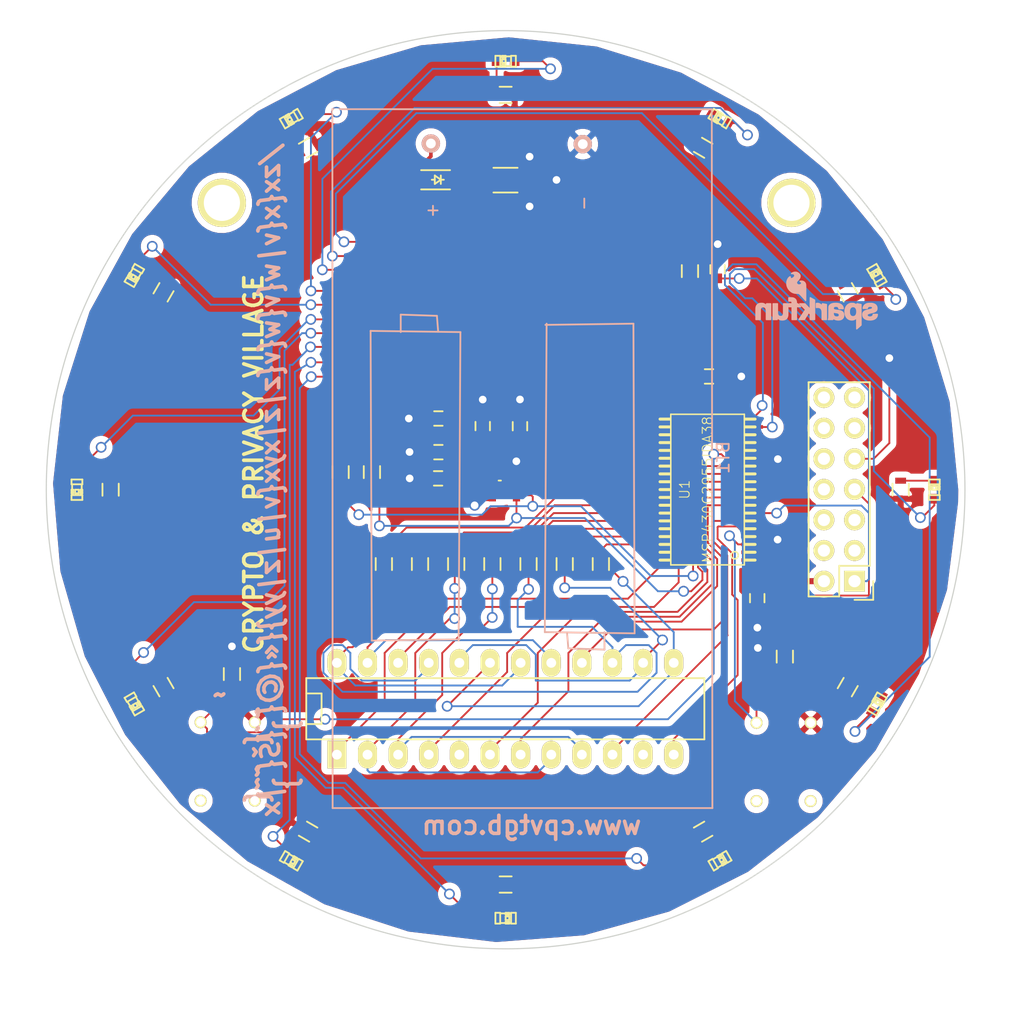
<source format=kicad_pcb>
(kicad_pcb (version 20171130) (host pcbnew "(5.1.12)-1")
  (layers (0 F.Cu signal) (31 B.Cu signal) (34 B.Paste user hide) (35 F.Paste user hide) (36 B.SilkS user hide) (37 F.SilkS user hide) (38 B.Mask user hide) (39 F.Mask user hide) (44 Edge.Cuts user))
  (net 0 "")
  (net 1 GND)
  (net 2 /3.3V)
  (net 3 "Net-(D1-Pad1)")
  (net 4 "/P1(0)")
  (net 5 "Net-(D2-Pad1)")
  (net 6 "Net-(D3-Pad1)")
  (net 7 "/P1(1)")
  (net 8 "Net-(D4-Pad1)")
  (net 9 "Net-(D5-Pad1)")
  (net 10 "/P1(2)")
  (net 11 "Net-(D6-Pad1)")
  (net 12 "Net-(D7-Pad1)")
  (net 13 "/P1(3)")
  (net 14 "Net-(D8-Pad1)")
  (net 15 "Net-(D9-Pad1)")
  (net 16 "/P1(4)")
  (net 17 "Net-(D10-Pad1)")
  (net 18 "Net-(D11-Pad1)")
  (net 19 "/P1(5)")
  (net 20 "Net-(D12-Pad1)")
  (net 21 "/P3(5)")
  (net 22 "/P3(6)")
  (net 23 "/P3(7)")
  (net 24 /SDA)
  (net 25 /SCL)
  (net 26 "/P4(3)")
  (net 27 /INT1)
  (net 28 "Net-(U3-Pad3)")
  (net 29 "Net-(C9-Pad2)")
  (net 30 "Net-(C10-Pad1)")
  (net 31 "/P4(4)")
  (net 32 "/P2(3)")
  (net 33 "/P2(4)")
  (net 34 "Net-(P1-Pad10)")
  (net 35 "Net-(P1-Pad11)")
  (net 36 "Net-(P1-Pad12)")
  (net 37 "Net-(P1-Pad13)")
  (net 38 "Net-(P1-Pad14)")
  (net 39 "Net-(P1-Pad4)")
  (net 40 "Net-(P1-Pad6)")
  (net 41 "Net-(P1-Pad8)")
  (net 42 "/P4(5)")
  (net 43 "/P4(6)")
  (net 44 "/P4(7)")
  (net 45 /ANODE_a)
  (net 46 /ANODE_b)
  (net 47 /ANODE_c)
  (net 48 /ANODE_d)
  (net 49 /ANODE_e)
  (net 50 /~RST)
  (net 51 /CATHODE_1)
  (net 52 /CATHODE_2)
  (net 53 /CATHODE_3)
  (net 54 /CATHODE_4)
  (net 55 /CATHODE_5)
  (net 56 /CATHODE_7)
  (net 57 /CATHODE_6)
  (net 58 /ANODE_f)
  (net 59 /ANODE_g)
  (net 60 /ANODE_dp)
  (net 61 /CATHODE_8)
  (net 62 "Net-(P1-Pad3)")
  (net 63 "Net-(P1-Pad5)")
  (net 64 /SBWTCK)
  (net 65 "/P2(5)")
  (net 66 /BAT+)
  (net 67 "/P3(4)")
  (net 68 "/P4(1)")
  (net 69 "/P4(2)")
  (net 70 "Net-(U1-Pad17)")
  (net 71 "/P3(3)")
  (module push_btn (layer F.Cu) (at 126.91 120.94 270)
    (fp_text reference SW1)
    (fp_text value SW_PUSH)
    (pad 3 thru_hole circle (at 6.5 0.01 270) (size 1 1) (drill 0.75) (layers *.Cu *.Mask F.SilkS))
    (pad 1 thru_hole circle (at 0 0 270) (size 1 1) (drill 0.75) (layers *.Cu *.Mask F.SilkS) (net 2 /3.3V))
    (pad 4 thru_hole circle (at 6.5 4.5 270) (size 1 1) (drill 0.75) (layers *.Cu *.Mask F.SilkS))
    (pad 2 thru_hole circle (at 0 4.5 270) (size 1 1) (drill 0.75) (layers *.Cu *.Mask F.SilkS) (net 65 "/P2(5)"))
  )
  (module Diodes_SMD:SOD-323 (layer F.Cu) (at 95.89 75.88)
    (fp_text reference D55 hide)
    (fp_text value DIODE hide)
    (pad 1 smd rect (at -1.055 0) (size 0.59 0.45) (layers F.Cu F.Paste F.Mask) (net 66 /BAT+))
    (pad 2 smd rect (at 1.055 0) (size 0.59 0.45) (layers F.Cu F.Paste F.Mask) (net 2 /3.3V))
  )
  (module CVBADGE:Battery (layer B.Cu) (at 118.75 128.02 90)
    (fp_text reference BT1 (at 29.1 0.9 90) (layer B.SilkS) (effects (justify mirror)))
    (fp_text value Battery hide)
    (fp_text user - (at 50.2 -10.7 90) (layer B.SilkS) (effects (justify mirror)))
    (fp_text user + (at 49.6 -23.25 90) (layer B.SilkS) (effects (justify mirror)))
    (pad 2 thru_hole circle (at 55.1 -10.75 90) (size 1.524 1.524) (drill 0.8128) (layers *.Cu *.Mask B.SilkS) (net 1 GND))
    (pad 1 thru_hole circle (at 55.15 -23.35 90) (size 1.524 1.524) (drill 0.8128) (layers *.Cu *.Mask B.SilkS) (net 66 /BAT+))
  )
  (module Resistors_SMD:R_0603 (layer F.Cu) (at 109.5 107.77 270)
    (fp_text reference R22 hide)
    (fp_text value 680 hide)
    (pad 1 smd rect (at -0.75 0 270) (size 0.5 0.9) (layers F.Cu F.Paste F.Mask) (net 19 "/P1(5)"))
    (pad 2 smd rect (at 0.75 0 270) (size 0.5 0.9) (layers F.Cu F.Paste F.Mask) (net 59 /ANODE_g))
  )
  (module Resistors_SMD:R_0603 (layer F.Cu) (at 106.5 107.77 270)
    (fp_text reference R21 hide)
    (fp_text value 680 hide)
    (pad 1 smd rect (at -0.75 0 270) (size 0.5 0.9) (layers F.Cu F.Paste F.Mask) (net 16 "/P1(4)"))
    (pad 2 smd rect (at 0.75 0 270) (size 0.5 0.9) (layers F.Cu F.Paste F.Mask) (net 48 /ANODE_d))
  )
  (module Resistors_SMD:R_0603 (layer F.Cu) (at 103.5 107.77 270)
    (fp_text reference R18 hide)
    (fp_text value 680 hide)
    (pad 1 smd rect (at -0.75 0 270) (size 0.5 0.9) (layers F.Cu F.Paste F.Mask) (net 13 "/P1(3)"))
    (pad 2 smd rect (at 0.75 0 270) (size 0.5 0.9) (layers F.Cu F.Paste F.Mask) (net 58 /ANODE_f))
  )
  (module Resistors_SMD:R_0603 (layer F.Cu) (at 100.5 107.77 270)
    (fp_text reference R17 hide)
    (fp_text value 680 hide)
    (pad 1 smd rect (at -0.75 0 270) (size 0.5 0.9) (layers F.Cu F.Paste F.Mask) (net 10 "/P1(2)"))
    (pad 2 smd rect (at 0.75 0 270) (size 0.5 0.9) (layers F.Cu F.Paste F.Mask) (net 47 /ANODE_c))
  )
  (module Resistors_SMD:R_0603 (layer F.Cu) (at 97.5 107.77 270)
    (fp_text reference R16 hide)
    (fp_text value 680 hide)
    (pad 1 smd rect (at -0.75 0 270) (size 0.5 0.9) (layers F.Cu F.Paste F.Mask) (net 7 "/P1(1)"))
    (pad 2 smd rect (at 0.75 0 270) (size 0.5 0.9) (layers F.Cu F.Paste F.Mask) (net 49 /ANODE_e))
  )
  (module Resistors_SMD:R_0603 (layer F.Cu) (at 94.5 107.77 270)
    (fp_text reference R15 hide)
    (fp_text value 680 hide)
    (pad 1 smd rect (at -0.75 0 270) (size 0.5 0.9) (layers F.Cu F.Paste F.Mask) (net 4 "/P1(0)"))
    (pad 2 smd rect (at 0.75 0 270) (size 0.5 0.9) (layers F.Cu F.Paste F.Mask) (net 46 /ANODE_b))
  )
  (module Resistors_SMD:R_0603 (layer F.Cu) (at 91.5 107.77 270)
    (fp_text reference R14 hide)
    (fp_text value 680 hide)
    (pad 1 smd rect (at -0.75 0 270) (size 0.5 0.9) (layers F.Cu F.Paste F.Mask) (net 33 "/P2(4)"))
    (pad 2 smd rect (at 0.75 0 270) (size 0.5 0.9) (layers F.Cu F.Paste F.Mask) (net 45 /ANODE_a))
  )
  (module Sockets_DIP:DIP-24__300_ELL (layer F.Cu) (at 101.574 119.778)
    (fp_text reference U4 hide)
    (fp_text value 7SEGMENT hide)
    (pad 1 thru_hole rect (at -13.97 3.81) (size 1.5748 2.286) (drill 0.8128) (layers *.Cu *.Mask F.SilkS) (net 51 /CATHODE_1))
    (pad 2 thru_hole oval (at -11.43 3.81) (size 1.5748 2.286) (drill 0.8128) (layers *.Cu *.Mask F.SilkS) (net 49 /ANODE_e))
    (pad 3 thru_hole oval (at -8.89 3.81) (size 1.5748 2.286) (drill 0.8128) (layers *.Cu *.Mask F.SilkS) (net 47 /ANODE_c))
    (pad 4 thru_hole oval (at -6.35 3.81) (size 1.5748 2.286) (drill 0.8128) (layers *.Cu *.Mask F.SilkS) (net 53 /CATHODE_3))
    (pad 5 thru_hole oval (at -3.81 3.81) (size 1.5748 2.286) (drill 0.8128) (layers *.Cu *.Mask F.SilkS) (net 60 /ANODE_dp))
    (pad 6 thru_hole oval (at -1.27 3.81) (size 1.5748 2.286) (drill 0.8128) (layers *.Cu *.Mask F.SilkS) (net 54 /CATHODE_4))
    (pad 13 thru_hole oval (at 1.27 3.81) (size 1.5748 2.286) (drill 0.8128) (layers *.Cu *.Mask F.SilkS) (net 55 /CATHODE_5))
    (pad 14 thru_hole oval (at 3.81 3.81) (size 1.5748 2.286) (drill 0.8128) (layers *.Cu *.Mask F.SilkS) (net 49 /ANODE_e))
    (pad 15 thru_hole oval (at 6.35 3.81) (size 1.5748 2.286) (drill 0.8128) (layers *.Cu *.Mask F.SilkS) (net 47 /ANODE_c))
    (pad 16 thru_hole oval (at 8.89 3.81) (size 1.5748 2.286) (drill 0.8128) (layers *.Cu *.Mask F.SilkS) (net 56 /CATHODE_7))
    (pad 17 thru_hole oval (at 11.43 3.81) (size 1.5748 2.286) (drill 0.8128) (layers *.Cu *.Mask F.SilkS) (net 60 /ANODE_dp))
    (pad 18 thru_hole oval (at 13.97 3.81) (size 1.5748 2.286) (drill 0.8128) (layers *.Cu *.Mask F.SilkS) (net 61 /CATHODE_8))
    (pad 19 thru_hole oval (at 13.97 -3.81) (size 1.5748 2.286) (drill 0.8128) (layers *.Cu *.Mask F.SilkS) (net 59 /ANODE_g))
    (pad 20 thru_hole oval (at 11.43 -3.81) (size 1.5748 2.286) (drill 0.8128) (layers *.Cu *.Mask F.SilkS) (net 48 /ANODE_d))
    (pad 21 thru_hole oval (at 8.89 -3.81) (size 1.5748 2.286) (drill 0.8128) (layers *.Cu *.Mask F.SilkS) (net 58 /ANODE_f))
    (pad 22 thru_hole oval (at 6.35 -3.81) (size 1.5748 2.286) (drill 0.8128) (layers *.Cu *.Mask F.SilkS) (net 57 /CATHODE_6))
    (pad 23 thru_hole oval (at 3.81 -3.81) (size 1.5748 2.286) (drill 0.8128) (layers *.Cu *.Mask F.SilkS) (net 46 /ANODE_b))
    (pad 24 thru_hole oval (at 1.27 -3.81) (size 1.5748 2.286) (drill 0.8128) (layers *.Cu *.Mask F.SilkS) (net 45 /ANODE_a))
    (pad 7 thru_hole oval (at -1.27 -3.81) (size 1.5748 2.286) (drill 0.8128) (layers *.Cu *.Mask F.SilkS) (net 59 /ANODE_g))
    (pad 8 thru_hole oval (at -3.81 -3.81) (size 1.5748 2.286) (drill 0.8128) (layers *.Cu *.Mask F.SilkS) (net 48 /ANODE_d))
    (pad 9 thru_hole oval (at -6.35 -3.81) (size 1.5748 2.286) (drill 0.8128) (layers *.Cu *.Mask F.SilkS) (net 58 /ANODE_f))
    (pad 10 thru_hole oval (at -8.89 -3.81) (size 1.5748 2.286) (drill 0.8128) (layers *.Cu *.Mask F.SilkS) (net 52 /CATHODE_2))
    (pad 11 thru_hole oval (at -11.43 -3.81) (size 1.5748 2.286) (drill 0.8128) (layers *.Cu *.Mask F.SilkS) (net 46 /ANODE_b))
    (pad 12 thru_hole oval (at -13.97 -3.81) (size 1.5748 2.286) (drill 0.8128) (layers *.Cu *.Mask F.SilkS) (net 45 /ANODE_a))
  )
  (module CV:hole (layer F.Cu) (at 78.486 78.994)
    (fp_text reference hole_l hide)
    (fp_text value hole)
    (pad 1 thru_hole circle (at -0.42 -1.2) (size 4 4) (drill 3) (layers *.Cu *.Mask F.SilkS))
  )
  (module Resistors_SMD:R_0603 (layer F.Cu) (at 117.983 73.223812 150)
    (fp_text reference R6 hide)
    (fp_text value 499 hide)
    (pad 1 smd rect (at -0.75 0 150) (size 0.5 0.9) (layers F.Cu F.Paste F.Mask) (net 2 /3.3V))
    (pad 2 smd rect (at 0.75 0 150) (size 0.5 0.9) (layers F.Cu F.Paste F.Mask) (net 11 "Net-(D6-Pad1)"))
  )
  (module Resistors_SMD:R_0603 (layer F.Cu) (at 129.976188 85.217 120)
    (fp_text reference R5 hide)
    (fp_text value 499 hide)
    (pad 1 smd rect (at -0.75 0 120) (size 0.5 0.9) (layers F.Cu F.Paste F.Mask) (net 2 /3.3V))
    (pad 2 smd rect (at 0.75 0 120) (size 0.5 0.9) (layers F.Cu F.Paste F.Mask) (net 9 "Net-(D5-Pad1)"))
  )
  (module Resistors_SMD:R_0603 (layer F.Cu) (at 134.366 101.6 90)
    (fp_text reference R4 hide)
    (fp_text value 499 hide)
    (pad 1 smd rect (at -0.75 0 90) (size 0.5 0.9) (layers F.Cu F.Paste F.Mask) (net 2 /3.3V))
    (pad 2 smd rect (at 0.75 0 90) (size 0.5 0.9) (layers F.Cu F.Paste F.Mask) (net 8 "Net-(D4-Pad1)"))
  )
  (module Resistors_SMD:R_0603 (layer F.Cu) (at 129.976188 117.983 60)
    (fp_text reference R3 hide)
    (fp_text value 499 hide)
    (pad 1 smd rect (at -0.75 0 60) (size 0.5 0.9) (layers F.Cu F.Paste F.Mask) (net 2 /3.3V))
    (pad 2 smd rect (at 0.75 0 60) (size 0.5 0.9) (layers F.Cu F.Paste F.Mask) (net 6 "Net-(D3-Pad1)"))
  )
  (module Resistors_SMD:R_0603 (layer F.Cu) (at 117.983 129.976188 30)
    (fp_text reference R2 hide)
    (fp_text value 499 hide)
    (pad 1 smd rect (at -0.75 0 30) (size 0.5 0.9) (layers F.Cu F.Paste F.Mask) (net 2 /3.3V))
    (pad 2 smd rect (at 0.75 0 30) (size 0.5 0.9) (layers F.Cu F.Paste F.Mask) (net 5 "Net-(D2-Pad1)"))
  )
  (module Resistors_SMD:R_0603 (layer F.Cu) (at 101.6 134.366)
    (fp_text reference R1 hide)
    (fp_text value 499 hide)
    (pad 1 smd rect (at -0.75 0) (size 0.5 0.9) (layers F.Cu F.Paste F.Mask) (net 2 /3.3V))
    (pad 2 smd rect (at 0.75 0) (size 0.5 0.9) (layers F.Cu F.Paste F.Mask) (net 3 "Net-(D1-Pad1)"))
  )
  (module Resistors_SMD:R_0603 (layer F.Cu) (at 85.217 129.976188 330)
    (fp_text reference R12 hide)
    (fp_text value 499 hide)
    (pad 1 smd rect (at -0.75 0 330) (size 0.5 0.9) (layers F.Cu F.Paste F.Mask) (net 2 /3.3V))
    (pad 2 smd rect (at 0.75 0 330) (size 0.5 0.9) (layers F.Cu F.Paste F.Mask) (net 20 "Net-(D12-Pad1)"))
  )
  (module Resistors_SMD:R_0603 (layer F.Cu) (at 73.223812 117.983 300)
    (fp_text reference R11 hide)
    (fp_text value 499 hide)
    (pad 1 smd rect (at -0.75 0 300) (size 0.5 0.9) (layers F.Cu F.Paste F.Mask) (net 2 /3.3V))
    (pad 2 smd rect (at 0.75 0 300) (size 0.5 0.9) (layers F.Cu F.Paste F.Mask) (net 18 "Net-(D11-Pad1)"))
  )
  (module Resistors_SMD:R_0603 (layer F.Cu) (at 68.834 101.6 270)
    (fp_text reference R10 hide)
    (fp_text value 499 hide)
    (pad 1 smd rect (at -0.75 0 270) (size 0.5 0.9) (layers F.Cu F.Paste F.Mask) (net 2 /3.3V))
    (pad 2 smd rect (at 0.75 0 270) (size 0.5 0.9) (layers F.Cu F.Paste F.Mask) (net 17 "Net-(D10-Pad1)"))
  )
  (module Resistors_SMD:R_0603 (layer F.Cu) (at 73.223812 85.217 240)
    (fp_text reference R9 hide)
    (fp_text value 499 hide)
    (pad 1 smd rect (at -0.75 0 240) (size 0.5 0.9) (layers F.Cu F.Paste F.Mask) (net 2 /3.3V))
    (pad 2 smd rect (at 0.75 0 240) (size 0.5 0.9) (layers F.Cu F.Paste F.Mask) (net 15 "Net-(D9-Pad1)"))
  )
  (module Resistors_SMD:R_0603 (layer F.Cu) (at 85.217 73.223812 210)
    (fp_text reference R8 hide)
    (fp_text value 499 hide)
    (pad 1 smd rect (at -0.75 0 210) (size 0.5 0.9) (layers F.Cu F.Paste F.Mask) (net 2 /3.3V))
    (pad 2 smd rect (at 0.75 0 210) (size 0.5 0.9) (layers F.Cu F.Paste F.Mask) (net 14 "Net-(D8-Pad1)"))
  )
  (module LEDs:LED-0603 (layer F.Cu) (at 119.38 70.804137 330)
    (fp_text reference D6 hide)
    (fp_text value LED hide)
    (pad 2 smd rect (at 0.7493 0 150) (size 0.79756 0.79756) (layers F.Cu F.Paste F.Mask) (net 31 "/P4(4)"))
    (pad 1 smd rect (at -0.7493 0 150) (size 0.79756 0.79756) (layers F.Cu F.Paste F.Mask) (net 11 "Net-(D6-Pad1)"))
  )
  (module LEDs:LED-0603 (layer F.Cu) (at 132.395863 83.82 300)
    (fp_text reference D5 hide)
    (fp_text value LED hide)
    (pad 2 smd rect (at 0.7493 0 120) (size 0.79756 0.79756) (layers F.Cu F.Paste F.Mask) (net 26 "/P4(3)"))
    (pad 1 smd rect (at -0.7493 0 120) (size 0.79756 0.79756) (layers F.Cu F.Paste F.Mask) (net 9 "Net-(D5-Pad1)"))
  )
  (module LEDs:LED-0603 (layer F.Cu) (at 137.16 101.6 270)
    (fp_text reference D4 hide)
    (fp_text value LED hide)
    (pad 2 smd rect (at 0.7493 0 90) (size 0.79756 0.79756) (layers F.Cu F.Paste F.Mask) (net 68 "/P4(1)"))
    (pad 1 smd rect (at -0.7493 0 90) (size 0.79756 0.79756) (layers F.Cu F.Paste F.Mask) (net 8 "Net-(D4-Pad1)"))
  )
  (module LEDs:LED-0603 (layer F.Cu) (at 132.395863 119.38 240)
    (fp_text reference D3 hide)
    (fp_text value LED hide)
    (pad 2 smd rect (at 0.7493 0 60) (size 0.79756 0.79756) (layers F.Cu F.Paste F.Mask) (net 69 "/P4(2)"))
    (pad 1 smd rect (at -0.7493 0 60) (size 0.79756 0.79756) (layers F.Cu F.Paste F.Mask) (net 6 "Net-(D3-Pad1)"))
  )
  (module LEDs:LED-0603 (layer F.Cu) (at 119.38 132.395863 210)
    (fp_text reference D2 hide)
    (fp_text value LED hide)
    (pad 2 smd rect (at 0.7493 0 30) (size 0.79756 0.79756) (layers F.Cu F.Paste F.Mask) (net 32 "/P2(3)"))
    (pad 1 smd rect (at -0.7493 0 30) (size 0.79756 0.79756) (layers F.Cu F.Paste F.Mask) (net 5 "Net-(D2-Pad1)"))
  )
  (module LEDs:LED-0603 (layer F.Cu) (at 101.6 137.16 180)
    (fp_text reference D1 hide)
    (fp_text value LED hide)
    (pad 2 smd rect (at 0.7493 0) (size 0.79756 0.79756) (layers F.Cu F.Paste F.Mask) (net 23 "/P3(7)"))
    (pad 1 smd rect (at -0.7493 0) (size 0.79756 0.79756) (layers F.Cu F.Paste F.Mask) (net 3 "Net-(D1-Pad1)"))
  )
  (module LEDs:LED-0603 (layer F.Cu) (at 83.82 132.395863 150)
    (fp_text reference D12 hide)
    (fp_text value LED hide)
    (pad 2 smd rect (at 0.7493 0 330) (size 0.79756 0.79756) (layers F.Cu F.Paste F.Mask) (net 22 "/P3(6)"))
    (pad 1 smd rect (at -0.7493 0 330) (size 0.79756 0.79756) (layers F.Cu F.Paste F.Mask) (net 20 "Net-(D12-Pad1)"))
  )
  (module LEDs:LED-0603 (layer F.Cu) (at 70.804137 119.38 120)
    (fp_text reference D11 hide)
    (fp_text value LED hide)
    (pad 2 smd rect (at 0.7493 0 300) (size 0.79756 0.79756) (layers F.Cu F.Paste F.Mask) (net 21 "/P3(5)"))
    (pad 1 smd rect (at -0.7493 0 300) (size 0.79756 0.79756) (layers F.Cu F.Paste F.Mask) (net 18 "Net-(D11-Pad1)"))
  )
  (module LEDs:LED-0603 (layer F.Cu) (at 66.04 101.6 90)
    (fp_text reference D10 hide)
    (fp_text value LED hide)
    (pad 2 smd rect (at 0.7493 0 270) (size 0.79756 0.79756) (layers F.Cu F.Paste F.Mask) (net 67 "/P3(4)"))
    (pad 1 smd rect (at -0.7493 0 270) (size 0.79756 0.79756) (layers F.Cu F.Paste F.Mask) (net 17 "Net-(D10-Pad1)"))
  )
  (module LEDs:LED-0603 (layer F.Cu) (at 70.804137 83.82 60)
    (fp_text reference D9 hide)
    (fp_text value LED hide)
    (pad 2 smd rect (at 0.7493 0 240) (size 0.79756 0.79756) (layers F.Cu F.Paste F.Mask) (net 44 "/P4(7)"))
    (pad 1 smd rect (at -0.7493 0 240) (size 0.79756 0.79756) (layers F.Cu F.Paste F.Mask) (net 15 "Net-(D9-Pad1)"))
  )
  (module LEDs:LED-0603 (layer F.Cu) (at 83.82 70.804137 30)
    (fp_text reference D8 hide)
    (fp_text value LED hide)
    (pad 2 smd rect (at 0.7493 0 210) (size 0.79756 0.79756) (layers F.Cu F.Paste F.Mask) (net 43 "/P4(6)"))
    (pad 1 smd rect (at -0.7493 0 210) (size 0.79756 0.79756) (layers F.Cu F.Paste F.Mask) (net 14 "Net-(D8-Pad1)"))
  )
  (module Capacitors_SMD:C_0603 (layer F.Cu) (at 118.47 92.2)
    (fp_text reference C1 hide)
    (fp_text value 0.1uf hide)
    (pad 1 smd rect (at -0.75 0) (size 0.8 0.75) (layers F.Cu F.Paste F.Mask) (net 2 /3.3V))
    (pad 2 smd rect (at 0.75 0) (size 0.8 0.75) (layers F.Cu F.Paste F.Mask) (net 1 GND))
  )
  (module Capacitors_SMD:C_0603 (layer F.Cu) (at 122.47 110.6 270)
    (fp_text reference C2 hide)
    (fp_text value 0.1uf hide)
    (pad 1 smd rect (at -0.75 0 270) (size 0.8 0.75) (layers F.Cu F.Paste F.Mask) (net 2 /3.3V))
    (pad 2 smd rect (at 0.75 0 270) (size 0.8 0.75) (layers F.Cu F.Paste F.Mask) (net 1 GND))
  )
  (module Capacitors_SMD:C_0603 (layer F.Cu) (at 96.022 95.69 180)
    (fp_text reference C7 hide)
    (fp_text value 1uf hide)
    (pad 1 smd rect (at -0.75 0 180) (size 0.8 0.75) (layers F.Cu F.Paste F.Mask) (net 2 /3.3V))
    (pad 2 smd rect (at 0.75 0 180) (size 0.8 0.75) (layers F.Cu F.Paste F.Mask) (net 1 GND))
  )
  (module Capacitors_SMD:C_0603 (layer F.Cu) (at 96.022 98.484 180)
    (fp_text reference C8 hide)
    (fp_text value 100nf hide)
    (pad 1 smd rect (at -0.75 0 180) (size 0.8 0.75) (layers F.Cu F.Paste F.Mask) (net 2 /3.3V))
    (pad 2 smd rect (at 0.75 0 180) (size 0.8 0.75) (layers F.Cu F.Paste F.Mask) (net 1 GND))
  )
  (module Capacitors_SMD:C_0603 (layer F.Cu) (at 96 100.66 180)
    (fp_text reference C10 hide)
    (fp_text value 100nf hide)
    (pad 1 smd rect (at -0.75 0 180) (size 0.8 0.75) (layers F.Cu F.Paste F.Mask) (net 30 "Net-(C10-Pad1)"))
    (pad 2 smd rect (at 0.75 0 180) (size 0.8 0.75) (layers F.Cu F.Paste F.Mask) (net 1 GND))
  )
  (module Capacitors_SMD:C_0603 (layer F.Cu) (at 102.79 96.33 90)
    (fp_text reference C11 hide)
    (fp_text value 100nf hide)
    (pad 1 smd rect (at -0.75 0 90) (size 0.8 0.75) (layers F.Cu F.Paste F.Mask) (net 2 /3.3V))
    (pad 2 smd rect (at 0.75 0 90) (size 0.8 0.75) (layers F.Cu F.Paste F.Mask) (net 1 GND))
  )
  (module Resistors_SMD:R_0603 (layer F.Cu) (at 90.51 100.14 270)
    (fp_text reference R19 hide)
    (fp_text value 4.7k hide)
    (pad 1 smd rect (at -0.75 0 270) (size 0.5 0.9) (layers F.Cu F.Paste F.Mask) (net 2 /3.3V))
    (pad 2 smd rect (at 0.75 0 270) (size 0.5 0.9) (layers F.Cu F.Paste F.Mask) (net 24 /SDA))
  )
  (module Resistors_SMD:R_0603 (layer F.Cu) (at 87.91 100.14 270)
    (fp_text reference R20 hide)
    (fp_text value 4.7k hide)
    (pad 1 smd rect (at -0.75 0 270) (size 0.5 0.9) (layers F.Cu F.Paste F.Mask) (net 2 /3.3V))
    (pad 2 smd rect (at 0.75 0 270) (size 0.5 0.9) (layers F.Cu F.Paste F.Mask) (net 25 /SCL))
  )
  (module CV:AB2_TSSOP38_W (layer F.Cu) (at 118.35 101.59 90)
    (fp_text reference U1 (at 0 -1.9 90) (layer F.SilkS) (effects (font (size 0.8128 0.8128) (thickness 0.0762))))
    (fp_text value MSP430G2955IDA38 (at 0 0 90) (layer F.SilkS) (effects (font (size 0.8128 0.8128) (thickness 0.0762))))
    (pad 1 smd rect (at -5.85 3.7 90) (size 0.3 1.8) (layers F.Cu F.Paste F.Mask) (net 64 /SBWTCK))
    (pad 2 smd rect (at -5.2 3.7 90) (size 0.3 1.8) (layers F.Cu F.Paste F.Mask) (net 2 /3.3V))
    (pad 3 smd rect (at -4.55 3.7 90) (size 0.3 1.8) (layers F.Cu F.Paste F.Mask) (net 65 "/P2(5)"))
    (pad 4 smd rect (at -3.9 3.7 90) (size 0.3 1.8) (layers F.Cu F.Paste F.Mask) (net 1 GND))
    (pad 5 smd rect (at -3.25 3.7 90) (size 0.3 1.8) (layers F.Cu F.Paste F.Mask) (net 61 /CATHODE_8))
    (pad 6 smd rect (at -2.6 3.7 90) (size 0.3 1.8) (layers F.Cu F.Paste F.Mask) (net 56 /CATHODE_7))
    (pad 7 smd rect (at -1.95 3.7 90) (size 0.3 1.8) (layers F.Cu F.Paste F.Mask) (net 50 /~RST))
    (pad 8 smd rect (at -1.3 3.7 90) (size 0.3 1.8) (layers F.Cu F.Paste F.Mask) (net 57 /CATHODE_6))
    (pad 9 smd rect (at -0.65 3.7 90) (size 0.3 1.8) (layers F.Cu F.Paste F.Mask) (net 55 /CATHODE_5))
    (pad 10 smd rect (at 0 3.7 90) (size 0.3 1.8) (layers F.Cu F.Paste F.Mask) (net 54 /CATHODE_4))
    (pad 11 smd rect (at 0.65 3.7 90) (size 0.3 1.8) (layers F.Cu F.Paste F.Mask) (net 53 /CATHODE_3))
    (pad 12 smd rect (at 1.3 3.7 90) (size 0.3 1.8) (layers F.Cu F.Paste F.Mask) (net 24 /SDA))
    (pad 13 smd rect (at 1.95 3.7 90) (size 0.3 1.8) (layers F.Cu F.Paste F.Mask) (net 25 /SCL))
    (pad 14 smd rect (at 2.6 3.7 90) (size 0.3 1.8) (layers F.Cu F.Paste F.Mask) (net 71 "/P3(3)"))
    (pad 15 smd rect (at 3.25 3.7 90) (size 0.3 1.8) (layers F.Cu F.Paste F.Mask) (net 1 GND))
    (pad 16 smd rect (at 3.9 3.7 90) (size 0.3 1.8) (layers F.Cu F.Paste F.Mask) (net 2 /3.3V))
    (pad 17 smd rect (at 4.55 3.7 90) (size 0.3 1.8) (layers F.Cu F.Paste F.Mask) (net 70 "Net-(U1-Pad17)"))
    (pad 18 smd rect (at 5.2 3.7 90) (size 0.3 1.8) (layers F.Cu F.Paste F.Mask) (net 68 "/P4(1)"))
    (pad 19 smd rect (at 5.85 3.7 90) (size 0.3 1.8) (layers F.Cu F.Paste F.Mask) (net 69 "/P4(2)"))
    (pad 20 smd rect (at 5.85 -3.7 90) (size 0.3 1.8) (layers F.Cu F.Paste F.Mask) (net 26 "/P4(3)"))
    (pad 21 smd rect (at 5.2 -3.7 90) (size 0.3 1.8) (layers F.Cu F.Paste F.Mask) (net 31 "/P4(4)"))
    (pad 22 smd rect (at 4.55 -3.7 90) (size 0.3 1.8) (layers F.Cu F.Paste F.Mask) (net 42 "/P4(5)"))
    (pad 23 smd rect (at 3.9 -3.7 90) (size 0.3 1.8) (layers F.Cu F.Paste F.Mask) (net 43 "/P4(6)"))
    (pad 24 smd rect (at 3.25 -3.7 90) (size 0.3 1.8) (layers F.Cu F.Paste F.Mask) (net 44 "/P4(7)"))
    (pad 25 smd rect (at 2.6 -3.7 90) (size 0.3 1.8) (layers F.Cu F.Paste F.Mask) (net 67 "/P3(4)"))
    (pad 26 smd rect (at 1.95 -3.7 90) (size 0.3 1.8) (layers F.Cu F.Paste F.Mask) (net 21 "/P3(5)"))
    (pad 27 smd rect (at 1.3 -3.7 90) (size 0.3 1.8) (layers F.Cu F.Paste F.Mask) (net 22 "/P3(6)"))
    (pad 28 smd rect (at 0.65 -3.7 90) (size 0.3 1.8) (layers F.Cu F.Paste F.Mask) (net 23 "/P3(7)"))
    (pad 29 smd rect (at 0 -3.7 90) (size 0.3 1.8) (layers F.Cu F.Paste F.Mask) (net 32 "/P2(3)"))
    (pad 30 smd rect (at -0.65 -3.7 90) (size 0.3 1.8) (layers F.Cu F.Paste F.Mask) (net 33 "/P2(4)"))
    (pad 31 smd rect (at -1.3 -3.7 90) (size 0.3 1.8) (layers F.Cu F.Paste F.Mask) (net 4 "/P1(0)"))
    (pad 32 smd rect (at -1.95 -3.7 90) (size 0.3 1.8) (layers F.Cu F.Paste F.Mask) (net 7 "/P1(1)"))
    (pad 33 smd rect (at -2.6 -3.7 90) (size 0.3 1.8) (layers F.Cu F.Paste F.Mask) (net 10 "/P1(2)"))
    (pad 34 smd rect (at -3.25 -3.7 90) (size 0.3 1.8) (layers F.Cu F.Paste F.Mask) (net 13 "/P1(3)"))
    (pad 35 smd rect (at -3.9 -3.7 90) (size 0.3 1.8) (layers F.Cu F.Paste F.Mask) (net 16 "/P1(4)"))
    (pad 36 smd rect (at -4.55 -3.7 90) (size 0.3 1.8) (layers F.Cu F.Paste F.Mask) (net 19 "/P1(5)"))
    (pad 37 smd rect (at -5.2 -3.7 90) (size 0.3 1.8) (layers F.Cu F.Paste F.Mask) (net 52 /CATHODE_2))
    (pad 38 smd rect (at -5.85 -3.7 90) (size 0.3 1.8) (layers F.Cu F.Paste F.Mask) (net 51 /CATHODE_1))
  )
  (module Capacitors_SMD:C_0603 (layer F.Cu) (at 99.7 96.32 270)
    (fp_text reference C9 hide)
    (fp_text value 100nf hide)
    (pad 1 smd rect (at -0.75 0 270) (size 0.8 0.75) (layers F.Cu F.Paste F.Mask) (net 1 GND))
    (pad 2 smd rect (at 0.75 0 270) (size 0.8 0.75) (layers F.Cu F.Paste F.Mask) (net 29 "Net-(C9-Pad2)"))
  )
  (module CVBADGE:MAG3110_10VFDFN (layer F.Cu) (at 100.5 100.86)
    (fp_text reference MAG hide)
    (fp_text value "" (at -0.53 11.45) (layer F.SilkS) (effects (font (size 1.5 1.5))))
    (pad 10 smd trapezoid (at 2 0) (size 0.6 0.225) (layers F.Cu F.Paste F.Mask) (net 1 GND))
    (pad 6 smd trapezoid (at 2 1.6) (size 0.6 0.225) (layers F.Cu F.Paste F.Mask) (net 24 /SDA))
    (pad 9 smd trapezoid (at 2 0.4) (size 0.6 0.225) (layers F.Cu F.Paste F.Mask) (net 27 /INT1))
    (pad 7 smd trapezoid (at 2 1.2) (size 0.6 0.225) (layers F.Cu F.Paste F.Mask) (net 25 /SCL))
    (pad 8 smd trapezoid (at 2 0.8) (size 0.6 0.225) (layers F.Cu F.Paste F.Mask) (net 2 /3.3V))
    (pad 4 smd trapezoid (at 0 1.2) (size 0.6 0.225) (layers F.Cu F.Paste F.Mask) (net 30 "Net-(C10-Pad1)"))
    (pad 5 smd trapezoid (at 0 1.6) (size 0.6 0.225) (layers F.Cu F.Paste F.Mask) (net 1 GND))
    (pad 3 smd trapezoid (at 0 0.8) (size 0.6 0.225) (layers F.Cu F.Paste F.Mask) (net 28 "Net-(U3-Pad3)"))
    (pad 2 smd trapezoid (at 0 0.4) (size 0.6 0.225) (layers F.Cu F.Paste F.Mask) (net 2 /3.3V))
    (pad 1 smd trapezoid (at 0 0) (size 0.6 0.225) (layers F.Cu F.Paste F.Mask) (net 29 "Net-(C9-Pad2)"))
  )
  (module Resistors_SMD:R_0603 (layer F.Cu) (at 116.89 83.46 270)
    (fp_text reference R24 hide)
    (fp_text value 47k hide)
    (pad 1 smd rect (at -0.75 0 270) (size 0.5 0.9) (layers F.Cu F.Paste F.Mask) (net 2 /3.3V))
    (pad 2 smd rect (at 0.75 0 270) (size 0.5 0.9) (layers F.Cu F.Paste F.Mask) (net 50 /~RST))
  )
  (module LEDs:LED-0603 (layer F.Cu) (at 101.6 66.04)
    (fp_text reference D7 hide)
    (fp_text value LED hide)
    (pad 2 smd rect (at 0.7493 0 180) (size 0.79756 0.79756) (layers F.Cu F.Paste F.Mask) (net 42 "/P4(5)"))
    (pad 1 smd rect (at -0.7493 0 180) (size 0.79756 0.79756) (layers F.Cu F.Paste F.Mask) (net 12 "Net-(D7-Pad1)"))
  )
  (module Resistors_SMD:R_0603 (layer F.Cu) (at 101.6 68.834 180)
    (fp_text reference R7 hide)
    (fp_text value 499 hide)
    (pad 1 smd rect (at -0.75 0 180) (size 0.5 0.9) (layers F.Cu F.Paste F.Mask) (net 2 /3.3V))
    (pad 2 smd rect (at 0.75 0 180) (size 0.5 0.9) (layers F.Cu F.Paste F.Mask) (net 12 "Net-(D7-Pad1)"))
  )
  (module CVBADGE:hole (layer F.Cu) (at 125.73 78.994)
    (fp_text reference hole_r hide)
    (fp_text value hole_r)
    (pad 1 thru_hole circle (at -0.42 -1.2) (size 4 4) (drill 3) (layers *.Cu *.Mask F.SilkS))
  )
  (module Pin_Headers:Pin_Header_Straight_2x07 (layer F.Cu) (at 130.54 109.19 180)
    (fp_text reference P1 hide)
    (fp_text value CONN_01X14)
    (pad 1 thru_hole rect (at 0 0 180) (size 1.7272 1.7272) (drill 1.016) (layers *.Cu *.Mask F.SilkS) (net 50 /~RST))
    (pad 2 thru_hole oval (at 2.54 0 180) (size 1.7272 1.7272) (drill 1.016) (layers *.Cu *.Mask F.SilkS) (net 2 /3.3V))
    (pad 3 thru_hole oval (at 0 2.54 180) (size 1.7272 1.7272) (drill 1.016) (layers *.Cu *.Mask F.SilkS) (net 62 "Net-(P1-Pad3)"))
    (pad 4 thru_hole oval (at 2.54 2.54 180) (size 1.7272 1.7272) (drill 1.016) (layers *.Cu *.Mask F.SilkS) (net 39 "Net-(P1-Pad4)"))
    (pad 5 thru_hole oval (at 0 5.08 180) (size 1.7272 1.7272) (drill 1.016) (layers *.Cu *.Mask F.SilkS) (net 63 "Net-(P1-Pad5)"))
    (pad 6 thru_hole oval (at 2.54 5.08 180) (size 1.7272 1.7272) (drill 1.016) (layers *.Cu *.Mask F.SilkS) (net 40 "Net-(P1-Pad6)"))
    (pad 7 thru_hole oval (at 0 7.62 180) (size 1.7272 1.7272) (drill 1.016) (layers *.Cu *.Mask F.SilkS) (net 64 /SBWTCK))
    (pad 8 thru_hole oval (at 2.54 7.62 180) (size 1.7272 1.7272) (drill 1.016) (layers *.Cu *.Mask F.SilkS) (net 41 "Net-(P1-Pad8)"))
    (pad 9 thru_hole oval (at 0 10.16 180) (size 1.7272 1.7272) (drill 1.016) (layers *.Cu *.Mask F.SilkS) (net 1 GND))
    (pad 10 thru_hole oval (at 2.54 10.16 180) (size 1.7272 1.7272) (drill 1.016) (layers *.Cu *.Mask F.SilkS) (net 34 "Net-(P1-Pad10)"))
    (pad 11 thru_hole oval (at 0 12.7 180) (size 1.7272 1.7272) (drill 1.016) (layers *.Cu *.Mask F.SilkS) (net 35 "Net-(P1-Pad11)"))
    (pad 12 thru_hole oval (at 2.54 12.7 180) (size 1.7272 1.7272) (drill 1.016) (layers *.Cu *.Mask F.SilkS) (net 36 "Net-(P1-Pad12)"))
    (pad 13 thru_hole oval (at 0 15.24 180) (size 1.7272 1.7272) (drill 1.016) (layers *.Cu *.Mask F.SilkS) (net 37 "Net-(P1-Pad13)"))
    (pad 14 thru_hole oval (at 2.54 15.24 180) (size 1.7272 1.7272) (drill 1.016) (layers *.Cu *.Mask F.SilkS) (net 38 "Net-(P1-Pad14)"))
  )
  (module Capacitors_SMD:C_0603 (layer F.Cu) (at 119.18 83.31 90)
    (fp_text reference 2.2nF1 hide)
    (fp_text value C hide)
    (pad 1 smd rect (at -0.75 0 90) (size 0.8 0.75) (layers F.Cu F.Paste F.Mask) (net 50 /~RST))
    (pad 2 smd rect (at 0.75 0 90) (size 0.8 0.75) (layers F.Cu F.Paste F.Mask) (net 1 GND))
  )
  (module Capacitors_SMD:C_1206_HandSoldering (layer F.Cu) (at 101.59 75.91)
    (fp_text reference C6 hide)
    (fp_text value 47uF hide)
    (pad 1 smd rect (at -2 0) (size 2 1.6) (layers F.Cu F.Paste F.Mask) (net 2 /3.3V))
    (pad 2 smd rect (at 2 0) (size 2 1.6) (layers F.Cu F.Paste F.Mask) (net 1 GND))
  )
  (module CVBADGE:bug (layer F.Cu) (at 75.21 108.64)
    (fp_text reference G*** hide)
    (fp_text value LOGO hide)
  )
  (module Resistors_SMD:R_0603 (layer F.Cu) (at 124.76 115.45 90)
    (fp_text reference R13 hide)
    (fp_text value R hide)
    (pad 1 smd rect (at -0.75 0 90) (size 0.5 0.9) (layers F.Cu F.Paste F.Mask) (net 65 "/P2(5)"))
    (pad 2 smd rect (at 0.75 0 90) (size 0.5 0.9) (layers F.Cu F.Paste F.Mask) (net 1 GND))
  )
  (module CVBADGE:push_btn (layer F.Cu) (at 80.8 120.9 270)
    (fp_text reference SW2)
    (fp_text value SW_PUSH)
    (pad 3 thru_hole circle (at 6.5 0.01 270) (size 1 1) (drill 0.75) (layers *.Cu *.Mask F.SilkS))
    (pad 1 thru_hole circle (at 0 0 270) (size 1 1) (drill 0.75) (layers *.Cu *.Mask F.SilkS) (net 2 /3.3V))
    (pad 4 thru_hole circle (at 6.5 4.5 270) (size 1 1) (drill 0.75) (layers *.Cu *.Mask F.SilkS))
    (pad 2 thru_hole circle (at 0 4.5 270) (size 1 1) (drill 0.75) (layers *.Cu *.Mask F.SilkS) (net 71 "/P3(3)"))
  )
  (module Resistors_SMD:R_0603 (layer F.Cu) (at 78.9 116.9 90)
    (fp_text reference R23 hide)
    (fp_text value R)
    (pad 1 smd rect (at -0.75 0 90) (size 0.5 0.9) (layers F.Cu F.Paste F.Mask) (net 71 "/P3(3)"))
    (pad 2 smd rect (at 0.75 0 90) (size 0.5 0.9) (layers F.Cu F.Paste F.Mask) (net 1 GND))
  )
  (module CVBADGE:sparkfun (layer B.Cu) (at 127.4 85.9 180)
    (fp_text reference G*** hide)
    (fp_text value LOGO hide)
  )
  (gr_text www.cpvtgb.com (at 103.75 129.44) (layer B.SilkS) (effects (font (size 1.5 1.5) (thickness 0.3)) (justify mirror)))
  (gr_text "~~~\n" (at 82.17 126 90) (layer B.SilkS) (effects (font (size 1.5 1.5) (thickness 0.3)) (justify mirror)))
  (gr_text "~~~\n" (at 82.17 121.23 90) (layer B.SilkS) (effects (font (size 1.5 1.5) (thickness 0.3)) (justify mirror)))
  (gr_text ~ (at 77.9 118.58) (layer B.SilkS) (effects (font (size 1.5 1.5) (thickness 0.3))))
  (gr_text "/zx{x{v|w{v{w{v{z|z|xyx{v|u|z|yy}{«{©{ {Š{ |x\n" (at 82.09 100.78 90) (layer B.SilkS) (effects (font (size 1.5 1.5) (thickness 0.3) italic) (justify mirror)))
  (gr_text "CRYPTO & PRIVACY VILLAGE" (at 80.7 99.44 90) (layer F.SilkS) (effects (font (size 1.5 1.5) (thickness 0.3))))
  (gr_circle (center 101.6 101.6) (end 63.5 101.6) (layer Edge.Cuts) (width 0.1))
  (segment (start 78.9 116.15) (end 78.9 114.6) (width 0.1524) (layer F.Cu) (net 1))
  (via (at 78.9 114.6) (size 0.889) (layers F.Cu B.Cu) (net 1))
  (segment (start 124.76 114.7) (end 122.55 114.7) (width 0.1524) (layer F.Cu) (net 1))
  (via (at 122.52 114.73) (size 0.889) (layers F.Cu B.Cu) (net 1))
  (segment (start 122.55 114.7) (end 122.52 114.73) (width 0.1524) (layer F.Cu) (net 1))
  (segment (start 130.54 99.03) (end 132.13 99.03) (width 0.1524) (layer F.Cu) (net 1))
  (via (at 133.43 90.68) (size 0.889) (layers F.Cu B.Cu) (net 1))
  (segment (start 133.43 97.73) (end 133.43 90.68) (width 0.1524) (layer F.Cu) (net 1))
  (segment (start 132.13 99.03) (end 133.43 97.73) (width 0.1524) (layer F.Cu) (net 1))
  (segment (start 103.59 75.91) (end 103.59 78.09) (width 0.1524) (layer F.Cu) (net 1))
  (via (at 103.59 78.09) (size 0.889) (drill 0.635) (layers F.Cu B.Cu) (net 1))
  (segment (start 103.59 75.91) (end 105.8 75.91) (width 0.1524) (layer F.Cu) (net 1))
  (segment (start 105.8 75.91) (end 105.82 75.89) (width 0.1524) (layer F.Cu) (net 1))
  (via (at 105.82 75.89) (size 0.889) (drill 0.635) (layers F.Cu B.Cu) (net 1))
  (segment (start 103.59 75.91) (end 103.59 73.96) (width 0.1524) (layer F.Cu) (net 1))
  (via (at 103.59 73.96) (size 0.889) (drill 0.635) (layers F.Cu B.Cu) (net 1))
  (segment (start 122.47 111.35) (end 122.47 113.04) (width 0.1524) (layer F.Cu) (net 1))
  (via (at 122.48 113.05) (size 0.889) (drill 0.635) (layers F.Cu B.Cu) (net 1))
  (segment (start 122.47 113.04) (end 122.48 113.05) (width 0.1524) (layer F.Cu) (net 1))
  (segment (start 119.22 92.2) (end 121.15 92.2) (width 0.1524) (layer F.Cu) (net 1))
  (via (at 121.15 92.2) (size 0.889) (drill 0.635) (layers F.Cu B.Cu) (net 1))
  (segment (start 102.79 95.58) (end 102.79 94.11) (width 0.1524) (layer F.Cu) (net 1))
  (via (at 102.79 94.11) (size 0.889) (drill 0.635) (layers F.Cu B.Cu) (net 1))
  (segment (start 99.7 95.57) (end 99.7 94.12) (width 0.1524) (layer F.Cu) (net 1))
  (via (at 99.7 94.12) (size 0.889) (drill 0.635) (layers F.Cu B.Cu) (net 1))
  (segment (start 95.272 95.69) (end 93.57 95.69) (width 0.1524) (layer F.Cu) (net 1))
  (via (at 93.57 95.69) (size 0.889) (drill 0.635) (layers F.Cu B.Cu) (net 1))
  (segment (start 95.272 98.484) (end 93.644 98.484) (width 0.1524) (layer F.Cu) (net 1))
  (segment (start 93.644 98.484) (end 93.63 98.47) (width 0.1524) (layer F.Cu) (net 1))
  (via (at 93.63 98.47) (size 0.889) (drill 0.635) (layers F.Cu B.Cu) (net 1))
  (segment (start 95.25 100.66) (end 93.64 100.66) (width 0.1524) (layer F.Cu) (net 1))
  (via (at 93.64 100.66) (size 0.889) (drill 0.635) (layers F.Cu B.Cu) (net 1))
  (segment (start 102.5 100.86) (end 102.5 99.25) (width 0.1524) (layer F.Cu) (net 1))
  (via (at 102.49 99.24) (size 0.889) (drill 0.635) (layers F.Cu B.Cu) (net 1))
  (segment (start 102.5 99.25) (end 102.49 99.24) (width 0.1524) (layer F.Cu) (net 1))
  (segment (start 119.18 82.56) (end 119.18 81.23) (width 0.1524) (layer F.Cu) (net 1))
  (segment (start 119.18 81.23) (end 119.19 81.22) (width 0.1524) (layer F.Cu) (net 1))
  (via (at 119.19 81.22) (size 0.889) (drill 0.635) (layers F.Cu B.Cu) (net 1))
  (via (at 99.03 102.89529) (size 0.889) (drill 0.635) (layers F.Cu B.Cu) (net 1))
  (segment (start 99.45529 102.47) (end 99.03 102.89529) (width 0.1524) (layer F.Cu) (net 1))
  (segment (start 100.58 102.47) (end 99.45529 102.47) (width 0.1524) (layer F.Cu) (net 1))
  (segment (start 125.26 105.74) (end 125.47 105.95) (width 0.1524) (layer B.Cu) (net 1))
  (segment (start 122.05 105.49) (end 123.91 105.49) (width 0.1524) (layer F.Cu) (net 1))
  (via (at 124.16 105.74) (size 0.889) (layers F.Cu B.Cu) (net 1))
  (segment (start 123.91 105.49) (end 124.16 105.74) (width 0.1524) (layer F.Cu) (net 1))
  (segment (start 124.16 105.74) (end 125.26 105.74) (width 0.1524) (layer B.Cu) (net 1))
  (segment (start 123.46 98.34) (end 124.18 99.06) (width 0.1524) (layer F.Cu) (net 1))
  (via (at 124.18 99.06) (size 0.889) (layers F.Cu B.Cu) (net 1))
  (segment (start 124.18 99.06) (end 124.3 99.18) (width 0.1524) (layer B.Cu) (net 1))
  (segment (start 124.3 99.18) (end 124.3 99.77) (width 0.1524) (layer B.Cu) (net 1))
  (segment (start 122.05 98.34) (end 123.46 98.34) (width 0.1524) (layer F.Cu) (net 1))
  (segment (start 122.05 106.79) (end 124.73 106.79) (width 0.3) (layer F.Cu) (net 2))
  (segment (start 96.945 75.88) (end 99.56 75.88) (width 0.3) (layer F.Cu) (net 2))
  (segment (start 99.56 75.88) (end 99.59 75.91) (width 0.3) (layer F.Cu) (net 2))
  (segment (start 123.95 97.69) (end 124.74 97.69) (width 0.1524) (layer F.Cu) (net 2))
  (segment (start 124.74 97.69) (end 125.94 98.89) (width 0.1524) (layer F.Cu) (net 2))
  (segment (start 125.94 98.89) (end 125.94 106.36) (width 0.1524) (layer F.Cu) (net 2))
  (segment (start 125.94 106.36) (end 125.51 106.79) (width 0.1524) (layer F.Cu) (net 2))
  (segment (start 125.51 106.79) (end 124.73 106.79) (width 0.1524) (layer F.Cu) (net 2))
  (segment (start 99.56 75.88) (end 99.59 75.91) (width 0.3) (layer F.Cu) (net 2))
  (segment (start 102.5 101.66) (end 104.67 101.66) (width 0.1524) (layer F.Cu) (net 2))
  (segment (start 100.5 101.26) (end 98.81 101.26) (width 0.1524) (layer F.Cu) (net 2))
  (segment (start 98.81 101.26) (end 98.8 101.25) (width 0.1524) (layer F.Cu) (net 2))
  (segment (start 123.836842 97.69) (end 123.95 97.69) (width 0.3) (layer F.Cu) (net 2))
  (segment (start 123.95 97.69) (end 124.01 97.69) (width 0.3) (layer F.Cu) (net 2))
  (segment (start 122.05 97.69) (end 123.836842 97.69) (width 0.3) (layer F.Cu) (net 2))
  (segment (start 124.01 97.69) (end 124.03 97.67) (width 0.3) (layer F.Cu) (net 2))
  (segment (start 102.35 134.366) (end 102.35 137.1593) (width 0.1524) (layer F.Cu) (net 3))
  (segment (start 102.35 137.1593) (end 102.3493 137.16) (width 0.1524) (layer F.Cu) (net 3))
  (segment (start 113.5976 102.89) (end 114.65 102.89) (width 0.1524) (layer F.Cu) (net 4))
  (segment (start 105.66475 102.89) (end 113.5976 102.89) (width 0.1524) (layer F.Cu) (net 4))
  (segment (start 103.408341 105.146409) (end 105.66475 102.89) (width 0.1524) (layer F.Cu) (net 4))
  (segment (start 98.15834 105.14641) (end 103.408341 105.146409) (width 0.1524) (layer F.Cu) (net 4))
  (segment (start 96.28475 107.02) (end 98.15834 105.14641) (width 0.1524) (layer F.Cu) (net 4))
  (segment (start 94.5 107.02) (end 96.28475 107.02) (width 0.1524) (layer F.Cu) (net 4))
  (segment (start 120.028913 132.021213) (end 118.632519 130.624819) (width 0.1524) (layer F.Cu) (net 5))
  (segment (start 118.632519 130.624819) (end 118.632519 129.601188) (width 0.1524) (layer F.Cu) (net 5))
  (segment (start 130.351188 117.333481) (end 131.372907 117.333481) (width 0.1524) (layer F.Cu) (net 6))
  (segment (start 131.372907 117.333481) (end 132.770513 118.731087) (width 0.1524) (layer F.Cu) (net 6))
  (segment (start 97.5 107.02) (end 98.1024 107.02) (width 0.1524) (layer F.Cu) (net 7))
  (segment (start 105.5895 103.54) (end 113.5976 103.54) (width 0.1524) (layer F.Cu) (net 7))
  (segment (start 103.576682 105.552818) (end 105.5895 103.54) (width 0.1524) (layer F.Cu) (net 7))
  (segment (start 99.56958 105.55282) (end 103.576682 105.552818) (width 0.1524) (layer F.Cu) (net 7))
  (segment (start 98.1024 107.02) (end 99.56958 105.55282) (width 0.1524) (layer F.Cu) (net 7))
  (segment (start 113.5976 103.54) (end 114.65 103.54) (width 0.1524) (layer F.Cu) (net 7))
  (segment (start 134.366 100.85) (end 137.1593 100.85) (width 0.1524) (layer F.Cu) (net 8))
  (segment (start 137.1593 100.85) (end 137.16 100.8507) (width 0.1524) (layer F.Cu) (net 8))
  (segment (start 129.601188 84.567481) (end 130.624819 84.567481) (width 0.1524) (layer F.Cu) (net 9))
  (segment (start 130.624819 84.567481) (end 132.021213 83.171087) (width 0.1524) (layer F.Cu) (net 9))
  (segment (start 113.5976 104.19) (end 114.65 104.19) (width 0.1524) (layer F.Cu) (net 10))
  (segment (start 102.163173 105.959227) (end 103.745023 105.959227) (width 0.1524) (layer F.Cu) (net 10))
  (segment (start 101.1024 107.02) (end 102.163173 105.959227) (width 0.1524) (layer F.Cu) (net 10))
  (segment (start 100.5 107.02) (end 101.1024 107.02) (width 0.1524) (layer F.Cu) (net 10))
  (segment (start 105.51425 104.19) (end 113.5976 104.19) (width 0.1524) (layer F.Cu) (net 10))
  (segment (start 103.745023 105.959227) (end 105.51425 104.19) (width 0.1524) (layer F.Cu) (net 10))
  (segment (start 117.333481 72.848812) (end 118.731087 71.451206) (width 0.1524) (layer F.Cu) (net 11))
  (segment (start 118.731087 71.451206) (end 118.731087 70.429487) (width 0.1524) (layer F.Cu) (net 11))
  (segment (start 100.85 68.834) (end 100.85 66.0407) (width 0.1524) (layer F.Cu) (net 12))
  (segment (start 100.85 66.0407) (end 100.8507 66.04) (width 0.1524) (layer F.Cu) (net 12))
  (segment (start 113.5976 104.84) (end 114.65 104.84) (width 0.1524) (layer F.Cu) (net 13))
  (segment (start 105.88 104.84) (end 113.5976 104.84) (width 0.1524) (layer F.Cu) (net 13))
  (segment (start 103.7 107.02) (end 105.88 104.84) (width 0.1524) (layer F.Cu) (net 13))
  (segment (start 103.5 107.02) (end 103.7 107.02) (width 0.1524) (layer F.Cu) (net 13))
  (segment (start 84.567481 73.598812) (end 84.567481 72.575181) (width 0.1524) (layer F.Cu) (net 14))
  (segment (start 84.567481 72.575181) (end 83.171087 71.178787) (width 0.1524) (layer F.Cu) (net 14))
  (segment (start 72.848812 85.866519) (end 71.827093 85.866519) (width 0.1524) (layer F.Cu) (net 15))
  (segment (start 71.827093 85.866519) (end 70.429487 84.468913) (width 0.1524) (layer F.Cu) (net 15))
  (segment (start 106.5 106.6176) (end 107.6276 105.49) (width 0.1524) (layer F.Cu) (net 16))
  (segment (start 106.5 107.02) (end 106.5 106.6176) (width 0.1524) (layer F.Cu) (net 16))
  (segment (start 113.5976 105.49) (end 114.65 105.49) (width 0.1524) (layer F.Cu) (net 16))
  (segment (start 107.6276 105.49) (end 113.5976 105.49) (width 0.1524) (layer F.Cu) (net 16))
  (segment (start 68.834 102.35) (end 66.0407 102.35) (width 0.1524) (layer F.Cu) (net 17))
  (segment (start 66.0407 102.35) (end 66.04 102.3493) (width 0.1524) (layer F.Cu) (net 17))
  (segment (start 73.598812 118.632519) (end 72.575181 118.632519) (width 0.1524) (layer F.Cu) (net 18))
  (segment (start 72.575181 118.632519) (end 71.178787 120.028913) (width 0.1524) (layer F.Cu) (net 18))
  (segment (start 109.5 107.02) (end 109.5 106.6176) (width 0.1524) (layer F.Cu) (net 19))
  (segment (start 109.5 106.6176) (end 109.9776 106.14) (width 0.1524) (layer F.Cu) (net 19))
  (segment (start 109.9776 106.14) (end 113.5976 106.14) (width 0.1524) (layer F.Cu) (net 19))
  (segment (start 113.5976 106.14) (end 114.65 106.14) (width 0.1524) (layer F.Cu) (net 19))
  (segment (start 85.866519 130.351188) (end 85.866519 131.372907) (width 0.1524) (layer F.Cu) (net 20))
  (segment (start 85.866519 131.372907) (end 84.468913 132.770513) (width 0.1524) (layer F.Cu) (net 20))
  (segment (start 108.59282 95.43857) (end 108.59282 99.45243) (width 0.1524) (layer F.Cu) (net 21))
  (segment (start 114.65 99.64) (end 108.78039 99.64) (width 0.1524) (layer F.Cu) (net 21))
  (segment (start 108.78039 99.64) (end 108.59282 99.45243) (width 0.1524) (layer F.Cu) (net 21))
  (segment (start 85.440068 88.607393) (end 101.761643 88.607393) (width 0.1524) (layer F.Cu) (net 21))
  (segment (start 101.761643 88.607393) (end 108.59282 95.43857) (width 0.1524) (layer F.Cu) (net 21))
  (segment (start 83.26 90.06) (end 84.712607 88.607393) (width 0.1524) (layer B.Cu) (net 21))
  (segment (start 84.712607 88.607393) (end 85.440068 88.607393) (width 0.1524) (layer B.Cu) (net 21))
  (via (at 85.440068 88.607393) (size 0.889) (drill 0.635) (layers F.Cu B.Cu) (net 21))
  (segment (start 83.26 91) (end 83.26 90.06) (width 0.1524) (layer B.Cu) (net 21))
  (segment (start 70.429487 118.731087) (end 70.429487 116.250513) (width 0.1524) (layer F.Cu) (net 21))
  (segment (start 83.26 109.57) (end 83.26 91) (width 0.1524) (layer B.Cu) (net 21))
  (segment (start 81.9 110.93) (end 83.26 109.57) (width 0.1524) (layer B.Cu) (net 21))
  (segment (start 75.75 110.93) (end 81.9 110.93) (width 0.1524) (layer B.Cu) (net 21))
  (segment (start 71.57 115.11) (end 75.75 110.93) (width 0.1524) (layer B.Cu) (net 21))
  (via (at 71.57 115.11) (size 0.889) (drill 0.635) (layers F.Cu B.Cu) (net 21))
  (segment (start 70.429487 116.250513) (end 71.57 115.11) (width 0.1524) (layer F.Cu) (net 21))
  (segment (start 85.41 89.75) (end 102.3295 89.75) (width 0.1524) (layer F.Cu) (net 22))
  (segment (start 102.3295 89.75) (end 108.18641 95.60691) (width 0.1524) (layer F.Cu) (net 22))
  (segment (start 108.18641 95.60691) (end 108.18641 99.919764) (width 0.1524) (layer F.Cu) (net 22))
  (segment (start 108.556646 100.29) (end 114.65 100.29) (width 0.1524) (layer F.Cu) (net 22))
  (segment (start 108.18641 99.919764) (end 108.556646 100.29) (width 0.1524) (layer F.Cu) (net 22))
  (segment (start 83.69 91.24) (end 83.92 91.24) (width 0.1524) (layer B.Cu) (net 22))
  (via (at 85.41 89.75) (size 0.889) (drill 0.635) (layers F.Cu B.Cu) (net 22))
  (segment (start 83.92 91.24) (end 85.41 89.75) (width 0.1524) (layer B.Cu) (net 22))
  (segment (start 83.171087 132.021213) (end 83.171087 131.231087) (width 0.1524) (layer F.Cu) (net 22))
  (segment (start 83.69 128.99) (end 83.69 91.24) (width 0.1524) (layer B.Cu) (net 22))
  (segment (start 82.31 130.37) (end 83.69 128.99) (width 0.1524) (layer B.Cu) (net 22))
  (via (at 82.31 130.37) (size 0.889) (drill 0.635) (layers F.Cu B.Cu) (net 22))
  (segment (start 83.171087 131.231087) (end 82.31 130.37) (width 0.1524) (layer F.Cu) (net 22))
  (segment (start 107.78 101.03) (end 109.111726 101.03) (width 0.1524) (layer F.Cu) (net 23))
  (segment (start 109.111726 101.03) (end 109.22 101.03) (width 0.1524) (layer F.Cu) (net 23))
  (segment (start 114.65 100.94) (end 113.5976 100.94) (width 0.1524) (layer F.Cu) (net 23))
  (segment (start 113.5976 100.94) (end 113.5076 101.03) (width 0.1524) (layer F.Cu) (net 23))
  (segment (start 113.5076 101.03) (end 109.111726 101.03) (width 0.1524) (layer F.Cu) (net 23))
  (segment (start 107.78 95.77525) (end 107.78 101.03) (width 0.1524) (layer F.Cu) (net 23))
  (segment (start 85.45 91.03) (end 103.03475 91.03) (width 0.1524) (layer F.Cu) (net 23))
  (segment (start 103.03475 91.03) (end 107.78 95.77525) (width 0.1524) (layer F.Cu) (net 23))
  (segment (start 84.12 91.81) (end 84.52 91.58) (width 0.1524) (layer B.Cu) (net 23))
  (segment (start 84.52 91.58) (end 85.45 91.03) (width 0.1524) (layer B.Cu) (net 23))
  (via (at 85.45 91.03) (size 0.889) (drill 0.635) (layers F.Cu B.Cu) (net 23))
  (segment (start 100.8507 137.16) (end 98.95 137.16) (width 0.1524) (layer F.Cu) (net 23))
  (segment (start 84.12 123.79) (end 84.12 91.81) (width 0.1524) (layer B.Cu) (net 23))
  (segment (start 86.67 126.34) (end 84.12 123.79) (width 0.1524) (layer B.Cu) (net 23))
  (segment (start 88.13 126.34) (end 86.67 126.34) (width 0.1524) (layer B.Cu) (net 23))
  (segment (start 96.94 135.15) (end 88.13 126.34) (width 0.1524) (layer B.Cu) (net 23))
  (via (at 96.94 135.15) (size 0.889) (drill 0.635) (layers F.Cu B.Cu) (net 23))
  (segment (start 98.95 137.16) (end 96.94 135.15) (width 0.1524) (layer F.Cu) (net 23))
  (segment (start 122.05 100.29) (end 117.71475 100.29) (width 0.1524) (layer F.Cu) (net 24))
  (segment (start 116.988617 110.03) (end 116.36 110.03) (width 0.1524) (layer F.Cu) (net 24))
  (segment (start 117.71475 100.29) (end 116.62641 101.37834) (width 0.1524) (layer F.Cu) (net 24))
  (segment (start 117.556409 107.494509) (end 117.556409 108.042306) (width 0.1524) (layer F.Cu) (net 24))
  (segment (start 116.62641 101.37834) (end 116.62641 106.56451) (width 0.1524) (layer F.Cu) (net 24))
  (segment (start 116.62641 106.56451) (end 117.556409 107.494509) (width 0.1524) (layer F.Cu) (net 24))
  (segment (start 117.556409 108.042306) (end 117.924701 108.410598) (width 0.1524) (layer F.Cu) (net 24))
  (segment (start 117.924701 108.410598) (end 117.924701 109.093916) (width 0.1524) (layer F.Cu) (net 24))
  (segment (start 117.924701 109.093916) (end 116.988617 110.03) (width 0.1524) (layer F.Cu) (net 24))
  (segment (start 102.5 102.46) (end 102.5 103.94) (width 0.1524) (layer F.Cu) (net 24))
  (via (at 116.36 110.03) (size 0.889) (drill 0.635) (layers F.Cu B.Cu) (net 24))
  (segment (start 114.24 110.03) (end 116.36 110.03) (width 0.1524) (layer B.Cu) (net 24))
  (via (at 102.51 103.95) (size 0.889) (drill 0.635) (layers F.Cu B.Cu) (net 24))
  (segment (start 108.16 103.95) (end 102.51 103.95) (width 0.1524) (layer B.Cu) (net 24))
  (segment (start 114.24 110.03) (end 108.16 103.95) (width 0.1524) (layer B.Cu) (net 24))
  (segment (start 102.5 103.94) (end 102.51 103.95) (width 0.1524) (layer F.Cu) (net 24))
  (via (at 116.36 110.03) (size 0.889) (drill 0.635) (layers F.Cu B.Cu) (net 24))
  (via (at 91.13 104.6) (size 0.889) (drill 0.635) (layers F.Cu B.Cu) (net 24))
  (segment (start 101.86 104.6) (end 91.13 104.6) (width 0.1524) (layer B.Cu) (net 24))
  (segment (start 102.51 103.95) (end 101.86 104.6) (width 0.1524) (layer B.Cu) (net 24))
  (segment (start 90.71 100.89) (end 90.51 100.89) (width 0.1524) (layer F.Cu) (net 24))
  (segment (start 91.13 101.31) (end 90.71 100.89) (width 0.1524) (layer F.Cu) (net 24))
  (segment (start 91.13 104.6) (end 91.13 101.31) (width 0.1524) (layer F.Cu) (net 24))
  (segment (start 122.05 99.64) (end 117.79 99.64) (width 0.1524) (layer F.Cu) (net 25))
  (segment (start 117.79 99.64) (end 116.22 101.21) (width 0.1524) (layer F.Cu) (net 25))
  (segment (start 116.22 101.21) (end 116.22 106.73285) (width 0.1524) (layer F.Cu) (net 25))
  (segment (start 116.22 106.73285) (end 117.15 107.66285) (width 0.1524) (layer F.Cu) (net 25))
  (segment (start 117.15 107.66285) (end 117.15 108.131383) (width 0.1524) (layer F.Cu) (net 25))
  (segment (start 117.15 108.131383) (end 117.15 108.76) (width 0.1524) (layer F.Cu) (net 25))
  (segment (start 103.85 102.97) (end 103.85 102.18) (width 0.1524) (layer F.Cu) (net 25))
  (via (at 117.15 108.76) (size 0.889) (drill 0.635) (layers F.Cu B.Cu) (net 25))
  (segment (start 117.15 108.76) (end 113.64 108.76) (width 0.1524) (layer B.Cu) (net 25))
  (segment (start 107.85 102.97) (end 103.85 102.97) (width 0.1524) (layer B.Cu) (net 25))
  (via (at 103.85 102.97) (size 0.889) (drill 0.635) (layers F.Cu B.Cu) (net 25))
  (segment (start 113.64 108.76) (end 107.85 102.97) (width 0.1524) (layer B.Cu) (net 25))
  (segment (start 103.73 102.06) (end 102.5 102.06) (width 0.1524) (layer F.Cu) (net 25))
  (segment (start 103.85 102.18) (end 103.73 102.06) (width 0.1524) (layer F.Cu) (net 25))
  (via (at 117.15 108.76) (size 0.889) (layers F.Cu B.Cu) (net 25))
  (segment (start 103.85 102.97) (end 101.35 102.97) (width 0.1524) (layer B.Cu) (net 25))
  (segment (start 101.35 102.97) (end 100.35 102.97) (width 0.1524) (layer B.Cu) (net 25))
  (via (at 89.42 103.67) (size 0.889) (drill 0.635) (layers F.Cu B.Cu) (net 25))
  (segment (start 99.65 103.67) (end 89.42 103.67) (width 0.1524) (layer B.Cu) (net 25))
  (segment (start 100.35 102.97) (end 99.65 103.67) (width 0.1524) (layer B.Cu) (net 25))
  (segment (start 87.91 102.16) (end 87.91 100.89) (width 0.1524) (layer F.Cu) (net 25))
  (segment (start 89.42 103.67) (end 87.91 102.16) (width 0.1524) (layer F.Cu) (net 25))
  (segment (start 88.19 81.03) (end 97.676156 81.03) (width 0.1524) (layer F.Cu) (net 26))
  (segment (start 97.676156 81.03) (end 112.386156 95.74) (width 0.1524) (layer F.Cu) (net 26))
  (segment (start 112.386156 95.74) (end 114.65 95.74) (width 0.1524) (layer F.Cu) (net 26))
  (segment (start 87.51641 77.02834) (end 87.51641 80.35641) (width 0.1524) (layer B.Cu) (net 26))
  (segment (start 87.51641 80.35641) (end 88.19 81.03) (width 0.1524) (layer B.Cu) (net 26))
  (via (at 88.19 81.03) (size 0.889) (drill 0.635) (layers F.Cu B.Cu) (net 26))
  (segment (start 94.19475 70.35) (end 87.51641 77.02834) (width 0.1524) (layer B.Cu) (net 26))
  (segment (start 112.9 70.35) (end 94.19475 70.35) (width 0.1524) (layer B.Cu) (net 26))
  (segment (start 127.915501 85.365501) (end 112.9 70.35) (width 0.1524) (layer B.Cu) (net 26))
  (segment (start 133.96 85.81) (end 133.515501 85.365501) (width 0.1524) (layer B.Cu) (net 26))
  (segment (start 133.515501 85.365501) (end 127.915501 85.365501) (width 0.1524) (layer B.Cu) (net 26))
  (segment (start 132.770513 84.468913) (end 133.96 85.6584) (width 0.1524) (layer F.Cu) (net 26))
  (segment (start 133.96 85.6584) (end 133.96 85.81) (width 0.1524) (layer F.Cu) (net 26))
  (via (at 133.96 85.81) (size 0.889) (drill 0.635) (layers F.Cu B.Cu) (net 26))
  (segment (start 100.5 100.86) (end 100.45 100.86) (width 0.1524) (layer F.Cu) (net 29))
  (segment (start 100.45 100.86) (end 99.7 100.11) (width 0.1524) (layer F.Cu) (net 29))
  (segment (start 99.7 100.11) (end 99.7 97.07) (width 0.1524) (layer F.Cu) (net 29))
  (segment (start 100.5 102.06) (end 97.2 102.06) (width 0.1524) (layer F.Cu) (net 30))
  (segment (start 96.75 101.61) (end 96.75 100.66) (width 0.1524) (layer F.Cu) (net 30))
  (segment (start 97.2 102.06) (end 96.75 101.61) (width 0.1524) (layer F.Cu) (net 30))
  (segment (start 87.23 82.21) (end 98.281406 82.21) (width 0.1524) (layer F.Cu) (net 31))
  (segment (start 98.281406 82.21) (end 112.461406 96.39) (width 0.1524) (layer F.Cu) (net 31))
  (segment (start 112.461406 96.39) (end 113.5976 96.39) (width 0.1524) (layer F.Cu) (net 31))
  (segment (start 113.5976 96.39) (end 114.65 96.39) (width 0.1524) (layer F.Cu) (net 31))
  (segment (start 94.05 69.92) (end 87.11 76.86) (width 0.1524) (layer B.Cu) (net 31))
  (segment (start 87.11 76.86) (end 87.11 82.09) (width 0.1524) (layer B.Cu) (net 31))
  (segment (start 87.11 82.09) (end 87.23 82.21) (width 0.1524) (layer B.Cu) (net 31))
  (via (at 87.23 82.21) (size 0.889) (drill 0.635) (layers F.Cu B.Cu) (net 31))
  (segment (start 94.052375 69.922375) (end 94.05 69.92) (width 0.1524) (layer B.Cu) (net 31))
  (segment (start 121.66 72.16) (end 119.422375 69.922375) (width 0.1524) (layer B.Cu) (net 31))
  (segment (start 119.422375 69.922375) (end 94.052375 69.922375) (width 0.1524) (layer B.Cu) (net 31))
  (segment (start 120.028913 71.178787) (end 120.678787 71.178787) (width 0.1524) (layer F.Cu) (net 31))
  (segment (start 120.678787 71.178787) (end 121.66 72.16) (width 0.1524) (layer F.Cu) (net 31))
  (via (at 121.66 72.16) (size 0.889) (drill 0.635) (layers F.Cu B.Cu) (net 31))
  (segment (start 85.47 92.22) (end 103.65 92.22) (width 0.1524) (layer F.Cu) (net 32))
  (segment (start 103.65 92.22) (end 107.37359 95.94359) (width 0.1524) (layer F.Cu) (net 32))
  (segment (start 114.65 101.59) (end 108.70359 101.59) (width 0.1524) (layer F.Cu) (net 32))
  (segment (start 107.61166 101.43641) (end 108.55 101.43641) (width 0.1524) (layer F.Cu) (net 32))
  (segment (start 108.70359 101.59) (end 108.55 101.43641) (width 0.1524) (layer F.Cu) (net 32))
  (segment (start 107.37359 101.19834) (end 107.61166 101.43641) (width 0.1524) (layer F.Cu) (net 32))
  (segment (start 107.37359 95.94359) (end 107.37359 101.19834) (width 0.1524) (layer F.Cu) (net 32))
  (segment (start 84.52641 123.54641) (end 84.52641 93.16359) (width 0.1524) (layer B.Cu) (net 32))
  (segment (start 84.52641 93.16359) (end 85.47 92.22) (width 0.1524) (layer B.Cu) (net 32))
  (via (at 85.47 92.22) (size 0.889) (drill 0.635) (layers F.Cu B.Cu) (net 32))
  (segment (start 88.29834 125.93359) (end 86.91359 125.93359) (width 0.1524) (layer B.Cu) (net 32))
  (segment (start 86.91359 125.93359) (end 84.52641 123.54641) (width 0.1524) (layer B.Cu) (net 32))
  (segment (start 112.47 132.2) (end 94.56475 132.2) (width 0.1524) (layer B.Cu) (net 32))
  (segment (start 94.56475 132.2) (end 88.29834 125.93359) (width 0.1524) (layer B.Cu) (net 32))
  (segment (start 118.731087 132.770513) (end 113.040513 132.770513) (width 0.1524) (layer F.Cu) (net 32))
  (segment (start 113.040513 132.770513) (end 112.47 132.2) (width 0.1524) (layer F.Cu) (net 32))
  (via (at 112.47 132.2) (size 0.889) (drill 0.635) (layers F.Cu B.Cu) (net 32))
  (segment (start 91.5 107.02) (end 91.5 106.6176) (width 0.1524) (layer F.Cu) (net 33))
  (segment (start 91.5 106.6176) (end 93.3776 104.74) (width 0.1524) (layer F.Cu) (net 33))
  (segment (start 93.3776 104.74) (end 103.24 104.74) (width 0.1524) (layer F.Cu) (net 33))
  (segment (start 103.24 104.74) (end 105.74 102.24) (width 0.1524) (layer F.Cu) (net 33))
  (segment (start 105.74 102.24) (end 114.65 102.24) (width 0.1524) (layer F.Cu) (net 33))
  (segment (start 114.65 97.04) (end 111.158514 97.04) (width 0.1524) (layer F.Cu) (net 42))
  (segment (start 111.158514 97.04) (end 110.21846 96.099946) (width 0.1524) (layer F.Cu) (net 42))
  (segment (start 110.21846 96.099946) (end 110.21846 94.76521) (width 0.1524) (layer F.Cu) (net 42))
  (segment (start 110.21846 94.76521) (end 98.846656 83.393406) (width 0.1524) (layer F.Cu) (net 42))
  (segment (start 98.846656 83.393406) (end 98.846656 83.35) (width 0.1524) (layer F.Cu) (net 42))
  (segment (start 98.846656 83.35) (end 86.4 83.35) (width 0.1524) (layer F.Cu) (net 42))
  (segment (start 95.54 66.67) (end 86.4 75.81) (width 0.1524) (layer B.Cu) (net 42))
  (segment (start 86.4 75.81) (end 86.4 83.35) (width 0.1524) (layer B.Cu) (net 42))
  (via (at 86.4 83.35) (size 0.889) (drill 0.635) (layers F.Cu B.Cu) (net 42))
  (segment (start 105.32 66.67) (end 95.54 66.67) (width 0.1524) (layer B.Cu) (net 42))
  (segment (start 102.3493 66.04) (end 104.69 66.04) (width 0.1524) (layer F.Cu) (net 42))
  (segment (start 104.69 66.04) (end 105.32 66.67) (width 0.1524) (layer F.Cu) (net 42))
  (via (at 105.32 66.67) (size 0.889) (drill 0.635) (layers F.Cu B.Cu) (net 42))
  (segment (start 114.65 97.69) (end 110.38205 97.69) (width 0.1524) (layer F.Cu) (net 43))
  (segment (start 110.38205 97.69) (end 109.81205 97.12) (width 0.1524) (layer F.Cu) (net 43))
  (segment (start 109.81205 97.12) (end 109.81205 94.93355) (width 0.1524) (layer F.Cu) (net 43))
  (segment (start 109.81205 94.93355) (end 99.9785 85.1) (width 0.1524) (layer F.Cu) (net 43))
  (segment (start 99.9785 85.1) (end 85.45 85.1) (width 0.1524) (layer F.Cu) (net 43))
  (segment (start 87.57 70.27) (end 85.45 72.39) (width 0.1524) (layer B.Cu) (net 43))
  (segment (start 85.45 72.39) (end 85.45 85.1) (width 0.1524) (layer B.Cu) (net 43))
  (via (at 85.45 85.1) (size 0.889) (drill 0.635) (layers F.Cu B.Cu) (net 43))
  (segment (start 84.468913 70.429487) (end 87.410513 70.429487) (width 0.1524) (layer F.Cu) (net 43))
  (segment (start 87.410513 70.429487) (end 87.57 70.27) (width 0.1524) (layer F.Cu) (net 43))
  (via (at 87.57 70.27) (size 0.889) (drill 0.635) (layers F.Cu B.Cu) (net 43))
  (segment (start 109.40564 95.10189) (end 109.40564 97.800814) (width 0.1524) (layer F.Cu) (net 44))
  (segment (start 114.65 98.34) (end 109.944826 98.34) (width 0.1524) (layer F.Cu) (net 44))
  (segment (start 109.944826 98.34) (end 109.40564 97.800814) (width 0.1524) (layer F.Cu) (net 44))
  (segment (start 85.44 86.25) (end 100.55375 86.25) (width 0.1524) (layer F.Cu) (net 44))
  (segment (start 100.55375 86.25) (end 109.40564 95.10189) (width 0.1524) (layer F.Cu) (net 44))
  (segment (start 72.29 81.4) (end 77.14 86.25) (width 0.1524) (layer B.Cu) (net 44))
  (segment (start 77.14 86.25) (end 85.44 86.25) (width 0.1524) (layer B.Cu) (net 44))
  (via (at 85.44 86.25) (size 0.889) (drill 0.635) (layers F.Cu B.Cu) (net 44))
  (segment (start 71.178787 83.171087) (end 71.178787 82.511213) (width 0.1524) (layer F.Cu) (net 44))
  (segment (start 71.178787 82.511213) (end 72.29 81.4) (width 0.1524) (layer F.Cu) (net 44))
  (via (at 72.29 81.4) (size 0.889) (drill 0.635) (layers F.Cu B.Cu) (net 44))
  (segment (start 71.178787 83.171087) (end 71.178787 82.931213) (width 0.1524) (layer F.Cu) (net 44))
  (segment (start 91.5 108.52) (end 91.5 112.072) (width 0.1524) (layer F.Cu) (net 45))
  (segment (start 91.5 112.072) (end 88.8994 114.6726) (width 0.1524) (layer F.Cu) (net 45))
  (segment (start 88.8994 114.6726) (end 88.5438 114.6726) (width 0.1524) (layer F.Cu) (net 45))
  (segment (start 88.5438 114.6726) (end 87.604 115.6124) (width 0.1524) (layer F.Cu) (net 45))
  (segment (start 87.604 115.6124) (end 87.604 115.968) (width 0.1524) (layer F.Cu) (net 45))
  (segment (start 102.844 116.3236) (end 102.844 115.968) (width 0.1524) (layer B.Cu) (net 45))
  (segment (start 89.12802 117.84762) (end 101.31998 117.84762) (width 0.1524) (layer B.Cu) (net 45))
  (segment (start 87.604 115.968) (end 87.604 116.3236) (width 0.1524) (layer B.Cu) (net 45))
  (segment (start 101.31998 117.84762) (end 102.844 116.3236) (width 0.1524) (layer B.Cu) (net 45))
  (segment (start 87.604 116.3236) (end 89.12802 117.84762) (width 0.1524) (layer B.Cu) (net 45))
  (segment (start 90.144 115.968) (end 90.144 114.6726) (width 0.1524) (layer F.Cu) (net 46))
  (segment (start 90.144 114.6726) (end 94.5 110.3166) (width 0.1524) (layer F.Cu) (net 46))
  (segment (start 94.5 110.3166) (end 94.5 108.9224) (width 0.1524) (layer F.Cu) (net 46))
  (segment (start 94.5 108.9224) (end 94.5 108.52) (width 0.1524) (layer F.Cu) (net 46))
  (segment (start 105.384 115.6124) (end 105.384 115.968) (width 0.1524) (layer B.Cu) (net 46))
  (segment (start 103.85998 114.08838) (end 105.384 115.6124) (width 0.1524) (layer B.Cu) (net 46))
  (segment (start 91.66802 114.08838) (end 103.85998 114.08838) (width 0.1524) (layer B.Cu) (net 46))
  (segment (start 90.144 115.6124) (end 91.66802 114.08838) (width 0.1524) (layer B.Cu) (net 46))
  (segment (start 90.144 115.968) (end 90.144 115.6124) (width 0.1524) (layer B.Cu) (net 46))
  (segment (start 100.49 112.2) (end 99.625299 113.064701) (width 0.1524) (layer F.Cu) (net 47))
  (segment (start 99.625299 113.064701) (end 98.42638 113.064701) (width 0.1524) (layer F.Cu) (net 47))
  (segment (start 98.42638 113.064701) (end 96.34161 115.149471) (width 0.1524) (layer F.Cu) (net 47))
  (segment (start 96.34161 115.149471) (end 96.34161 118.63499) (width 0.1524) (layer F.Cu) (net 47))
  (segment (start 96.34161 118.63499) (end 92.684 122.2926) (width 0.1524) (layer F.Cu) (net 47))
  (segment (start 92.684 122.2926) (end 92.684 123.588) (width 0.1524) (layer F.Cu) (net 47))
  (segment (start 100.5 109.84) (end 100.5 112.19) (width 0.1524) (layer B.Cu) (net 47))
  (segment (start 100.5 112.19) (end 100.49 112.2) (width 0.1524) (layer B.Cu) (net 47))
  (via (at 100.49 112.2) (size 0.889) (drill 0.635) (layers F.Cu B.Cu) (net 47))
  (segment (start 100.5 108.52) (end 100.5 109.84) (width 0.1524) (layer F.Cu) (net 47))
  (via (at 100.5 109.84) (size 0.889) (drill 0.635) (layers F.Cu B.Cu) (net 47))
  (segment (start 92.684 123.588) (end 92.684 123.2324) (width 0.1524) (layer B.Cu) (net 47))
  (segment (start 92.684 123.2324) (end 93.80161 122.11479) (width 0.1524) (layer B.Cu) (net 47))
  (segment (start 93.80161 122.11479) (end 106.80639 122.11479) (width 0.1524) (layer B.Cu) (net 47))
  (segment (start 106.80639 122.11479) (end 107.924 123.2324) (width 0.1524) (layer B.Cu) (net 47))
  (segment (start 107.924 123.2324) (end 107.924 123.588) (width 0.1524) (layer B.Cu) (net 47))
  (segment (start 114.61 114.07) (end 113.004 115.676) (width 0.1524) (layer F.Cu) (net 48))
  (segment (start 113.004 115.676) (end 113.004 115.968) (width 0.1524) (layer F.Cu) (net 48))
  (via (at 114.61 114.07) (size 0.889) (drill 0.635) (layers F.Cu B.Cu) (net 48))
  (segment (start 106.5 109.74) (end 110.28 109.74) (width 0.1524) (layer B.Cu) (net 48))
  (segment (start 110.28 109.74) (end 114.61 114.07) (width 0.1524) (layer B.Cu) (net 48))
  (via (at 114.61 114.07) (size 0.889) (drill 0.635) (layers F.Cu B.Cu) (net 48))
  (segment (start 106.5 108.52) (end 106.5 109.74) (width 0.1524) (layer F.Cu) (net 48))
  (via (at 106.5 109.74) (size 0.889) (drill 0.635) (layers F.Cu B.Cu) (net 48))
  (segment (start 104.10121 115.289071) (end 103.306929 114.49479) (width 0.1524) (layer B.Cu) (net 48))
  (segment (start 104.10121 117.44121) (end 104.10121 115.289071) (width 0.1524) (layer B.Cu) (net 48))
  (segment (start 103.306929 114.49479) (end 98.88161 114.49479) (width 0.1524) (layer B.Cu) (net 48))
  (segment (start 98.88161 114.49479) (end 97.764 115.6124) (width 0.1524) (layer B.Cu) (net 48))
  (segment (start 97.764 115.6124) (end 97.764 115.968) (width 0.1524) (layer B.Cu) (net 48))
  (segment (start 113.004 115.968) (end 113.004 116.3236) (width 0.1524) (layer B.Cu) (net 48))
  (segment (start 113.004 116.3236) (end 111.88639 117.44121) (width 0.1524) (layer B.Cu) (net 48))
  (segment (start 111.88639 117.44121) (end 104.10121 117.44121) (width 0.1524) (layer B.Cu) (net 48))
  (segment (start 97.38 109.79) (end 97.38 108.64) (width 0.1524) (layer F.Cu) (net 49))
  (segment (start 97.38 108.64) (end 97.5 108.52) (width 0.1524) (layer F.Cu) (net 49))
  (via (at 97.38 109.79) (size 0.889) (drill 0.635) (layers F.Cu B.Cu) (net 49))
  (segment (start 97.37 112.29) (end 97.37 109.8) (width 0.1524) (layer B.Cu) (net 49))
  (via (at 97.38 109.79) (size 0.889) (drill 0.635) (layers F.Cu B.Cu) (net 49))
  (segment (start 97.37 109.8) (end 97.38 109.79) (width 0.1524) (layer B.Cu) (net 49))
  (segment (start 90.144 123.588) (end 90.144 123.2324) (width 0.1524) (layer F.Cu) (net 49))
  (segment (start 90.144 123.2324) (end 94.10639 119.27001) (width 0.1524) (layer F.Cu) (net 49))
  (segment (start 94.10639 119.27001) (end 94.10639 115.149471) (width 0.1524) (layer F.Cu) (net 49))
  (segment (start 94.10639 115.149471) (end 96.965861 112.29) (width 0.1524) (layer F.Cu) (net 49))
  (segment (start 96.965861 112.29) (end 97.37 112.29) (width 0.1524) (layer F.Cu) (net 49))
  (via (at 97.37 112.29) (size 0.889) (drill 0.635) (layers F.Cu B.Cu) (net 49))
  (segment (start 90.144 123.588) (end 90.144 124.8834) (width 0.1524) (layer B.Cu) (net 49))
  (segment (start 90.144 124.8834) (end 90.32181 125.06121) (width 0.1524) (layer B.Cu) (net 49))
  (segment (start 90.32181 125.06121) (end 104.26639 125.06121) (width 0.1524) (layer B.Cu) (net 49))
  (segment (start 104.26639 125.06121) (end 105.384 123.9436) (width 0.1524) (layer B.Cu) (net 49))
  (segment (start 105.384 123.9436) (end 105.384 123.588) (width 0.1524) (layer B.Cu) (net 49))
  (segment (start 119.18 84.06) (end 117.04 84.06) (width 0.1524) (layer F.Cu) (net 50))
  (segment (start 117.04 84.06) (end 116.89 84.21) (width 0.1524) (layer F.Cu) (net 50))
  (segment (start 120.97 84.07) (end 119.19 84.07) (width 0.1524) (layer F.Cu) (net 50))
  (segment (start 119.19 84.07) (end 119.18 84.06) (width 0.1524) (layer F.Cu) (net 50))
  (segment (start 131.733801 103.619414) (end 131.733801 103.536975) (width 0.1524) (layer B.Cu) (net 50))
  (segment (start 131.733801 109.012199) (end 131.733801 103.619414) (width 0.1524) (layer B.Cu) (net 50))
  (segment (start 131.733801 103.619414) (end 131.733801 93.376975) (width 0.1524) (layer B.Cu) (net 50))
  (segment (start 131.733801 93.376975) (end 122.426826 84.07) (width 0.1524) (layer B.Cu) (net 50))
  (segment (start 122.426826 84.07) (end 120.97 84.07) (width 0.1524) (layer B.Cu) (net 50))
  (via (at 120.97 84.07) (size 0.889) (drill 0.635) (layers F.Cu B.Cu) (net 50))
  (segment (start 124.08 103.54) (end 123.451383 103.54) (width 0.1524) (layer F.Cu) (net 50))
  (segment (start 123.451383 103.54) (end 122.05 103.54) (width 0.1524) (layer F.Cu) (net 50))
  (segment (start 130.54 109.19) (end 131.556 109.19) (width 0.1524) (layer B.Cu) (net 50))
  (segment (start 131.556 109.19) (end 131.733801 109.012199) (width 0.1524) (layer B.Cu) (net 50))
  (segment (start 131.733801 103.536975) (end 131.113025 102.916199) (width 0.1524) (layer B.Cu) (net 50))
  (segment (start 131.113025 102.916199) (end 124.703801 102.916199) (width 0.1524) (layer B.Cu) (net 50))
  (segment (start 124.703801 102.916199) (end 124.08 103.54) (width 0.1524) (layer B.Cu) (net 50))
  (via (at 124.08 103.54) (size 0.889) (drill 0.635) (layers F.Cu B.Cu) (net 50))
  (segment (start 111.752199 110.640201) (end 114.65 107.7424) (width 0.1524) (layer F.Cu) (net 51))
  (segment (start 87.604 123.588) (end 87.604 123.2324) (width 0.1524) (layer F.Cu) (net 51))
  (segment (start 114.65 107.7424) (end 114.65 107.44) (width 0.1524) (layer F.Cu) (net 51))
  (segment (start 91.56639 119.27001) (end 91.56639 115.149471) (width 0.1524) (layer F.Cu) (net 51))
  (segment (start 91.56639 115.149471) (end 96.07566 110.640201) (width 0.1524) (layer F.Cu) (net 51))
  (segment (start 96.07566 110.640201) (end 111.752199 110.640201) (width 0.1524) (layer F.Cu) (net 51))
  (segment (start 87.604 123.2324) (end 91.56639 119.27001) (width 0.1524) (layer F.Cu) (net 51))
  (segment (start 115.7024 106.79) (end 114.65 106.79) (width 0.1524) (layer F.Cu) (net 52))
  (segment (start 115.95359 107.04119) (end 115.7024 106.79) (width 0.1524) (layer F.Cu) (net 52))
  (segment (start 115.95359 109.289852) (end 115.95359 107.04119) (width 0.1524) (layer F.Cu) (net 52))
  (segment (start 113.913442 111.33) (end 115.95359 109.289852) (width 0.1524) (layer F.Cu) (net 52))
  (segment (start 96.9664 111.33) (end 113.913442 111.33) (width 0.1524) (layer F.Cu) (net 52))
  (segment (start 92.684 115.6124) (end 96.9664 111.33) (width 0.1524) (layer F.Cu) (net 52))
  (segment (start 92.684 115.968) (end 92.684 115.6124) (width 0.1524) (layer F.Cu) (net 52))
  (segment (start 122.05 100.94) (end 117.6395 100.94) (width 0.1524) (layer F.Cu) (net 53))
  (segment (start 117.6395 100.94) (end 117.03282 101.54668) (width 0.1524) (layer F.Cu) (net 53))
  (segment (start 101.72639 116.73001) (end 95.224 123.2324) (width 0.1524) (layer F.Cu) (net 53))
  (segment (start 95.224 123.2324) (end 95.224 123.588) (width 0.1524) (layer F.Cu) (net 53))
  (segment (start 117.03282 101.54668) (end 117.03282 106.39617) (width 0.1524) (layer F.Cu) (net 53))
  (segment (start 117.03282 106.39617) (end 117.97 107.33335) (width 0.1524) (layer F.Cu) (net 53))
  (segment (start 117.97 107.33335) (end 117.97 107.881147) (width 0.1524) (layer F.Cu) (net 53))
  (segment (start 117.97 107.881147) (end 118.331111 108.242258) (width 0.1524) (layer F.Cu) (net 53))
  (segment (start 118.331111 108.242258) (end 118.331111 109.262256) (width 0.1524) (layer F.Cu) (net 53))
  (segment (start 118.331111 109.262256) (end 115.856957 111.73641) (width 0.1524) (layer F.Cu) (net 53))
  (segment (start 115.856957 111.73641) (end 105.139451 111.73641) (width 0.1524) (layer F.Cu) (net 53))
  (segment (start 101.72639 115.149471) (end 101.72639 116.73001) (width 0.1524) (layer F.Cu) (net 53))
  (segment (start 105.139451 111.73641) (end 101.72639 115.149471) (width 0.1524) (layer F.Cu) (net 53))
  (segment (start 122.05 101.59) (end 117.64923 101.59) (width 0.1524) (layer F.Cu) (net 54))
  (segment (start 117.64923 101.59) (end 117.43923 101.8) (width 0.1524) (layer F.Cu) (net 54))
  (segment (start 117.43923 101.8) (end 117.43923 106.22783) (width 0.1524) (layer F.Cu) (net 54))
  (segment (start 118.737521 107.526121) (end 118.737521 109.430596) (width 0.1524) (layer F.Cu) (net 54))
  (segment (start 117.43923 106.22783) (end 118.737521 107.526121) (width 0.1524) (layer F.Cu) (net 54))
  (segment (start 107.273041 112.14282) (end 104.26639 115.149471) (width 0.1524) (layer F.Cu) (net 54))
  (segment (start 100.304 123.2324) (end 100.304 123.588) (width 0.1524) (layer F.Cu) (net 54))
  (segment (start 118.737521 109.430596) (end 116.025298 112.142819) (width 0.1524) (layer F.Cu) (net 54))
  (segment (start 116.025298 112.142819) (end 107.273041 112.14282) (width 0.1524) (layer F.Cu) (net 54))
  (segment (start 104.26639 115.149471) (end 104.26639 119.27001) (width 0.1524) (layer F.Cu) (net 54))
  (segment (start 104.26639 119.27001) (end 100.304 123.2324) (width 0.1524) (layer F.Cu) (net 54))
  (segment (start 122.05 102.24) (end 117.87564 102.24) (width 0.1524) (layer F.Cu) (net 55))
  (segment (start 109.406633 112.549228) (end 106.80639 115.149471) (width 0.1524) (layer F.Cu) (net 55))
  (segment (start 117.87564 102.24) (end 117.84564 102.27) (width 0.1524) (layer F.Cu) (net 55))
  (segment (start 117.84564 102.27) (end 117.84564 106.05949) (width 0.1524) (layer F.Cu) (net 55))
  (segment (start 119.14596 107.35981) (end 119.14596 109.596907) (width 0.1524) (layer F.Cu) (net 55))
  (segment (start 116.193639 112.549228) (end 109.406633 112.549228) (width 0.1524) (layer F.Cu) (net 55))
  (segment (start 102.844 122.2926) (end 102.844 123.588) (width 0.1524) (layer F.Cu) (net 55))
  (segment (start 117.84564 106.05949) (end 119.14596 107.35981) (width 0.1524) (layer F.Cu) (net 55))
  (segment (start 119.14596 109.596907) (end 116.193639 112.549228) (width 0.1524) (layer F.Cu) (net 55))
  (segment (start 106.80639 115.149471) (end 106.80639 118.33021) (width 0.1524) (layer F.Cu) (net 55))
  (segment (start 106.80639 118.33021) (end 102.844 122.2926) (width 0.1524) (layer F.Cu) (net 55))
  (segment (start 102.844 123.588) (end 102.844 123.2324) (width 0.1524) (layer F.Cu) (net 55))
  (segment (start 122.05 104.19) (end 118.84641 104.19) (width 0.1524) (layer F.Cu) (net 56))
  (segment (start 118.77641 105.84076) (end 119.958779 107.023129) (width 0.1524) (layer F.Cu) (net 56))
  (segment (start 118.84641 104.19) (end 118.77641 104.26) (width 0.1524) (layer F.Cu) (net 56))
  (segment (start 118.77641 104.26) (end 118.77641 105.84076) (width 0.1524) (layer F.Cu) (net 56))
  (segment (start 119.958779 107.023129) (end 119.958779 107.04789) (width 0.1524) (layer F.Cu) (net 56))
  (segment (start 119.958779 107.04789) (end 119.984069 107.07318) (width 0.1524) (layer F.Cu) (net 56))
  (segment (start 119.984069 107.07318) (end 119.984069 113.655445) (width 0.1524) (layer F.Cu) (net 56))
  (segment (start 119.984069 113.655445) (end 120.012512 113.683888) (width 0.1524) (layer F.Cu) (net 56))
  (segment (start 120.012512 113.683888) (end 110.464 123.2324) (width 0.1524) (layer F.Cu) (net 56))
  (segment (start 110.464 123.2324) (end 110.464 123.588) (width 0.1524) (layer F.Cu) (net 56))
  (segment (start 122.05 102.89) (end 118.37205 102.89) (width 0.1524) (layer F.Cu) (net 57))
  (segment (start 118.37205 102.89) (end 118.37 102.89205) (width 0.1524) (layer F.Cu) (net 57))
  (segment (start 118.865021 113.199229) (end 110.337171 113.199229) (width 0.1524) (layer F.Cu) (net 57))
  (segment (start 118.37 102.89205) (end 118.37 106.0091) (width 0.1524) (layer F.Cu) (net 57))
  (segment (start 118.37 106.0091) (end 119.55237 107.19147) (width 0.1524) (layer F.Cu) (net 57))
  (segment (start 119.55237 107.19147) (end 119.55237 112.4613) (width 0.1524) (layer F.Cu) (net 57))
  (segment (start 110.337171 113.199229) (end 107.924 115.6124) (width 0.1524) (layer F.Cu) (net 57))
  (segment (start 119.55237 112.4613) (end 119.57766 112.48659) (width 0.1524) (layer F.Cu) (net 57))
  (segment (start 119.57766 112.48659) (end 118.865021 113.199229) (width 0.1524) (layer F.Cu) (net 57))
  (segment (start 107.924 115.6124) (end 107.924 115.968) (width 0.1524) (layer F.Cu) (net 57))
  (segment (start 102.6 112.98) (end 108.7714 112.98) (width 0.1524) (layer B.Cu) (net 58))
  (segment (start 108.7714 112.98) (end 110.464 114.6726) (width 0.1524) (layer B.Cu) (net 58))
  (segment (start 110.464 114.6726) (end 110.464 115.968) (width 0.1524) (layer B.Cu) (net 58))
  (segment (start 102.6 110.76) (end 102.6 112.98) (width 0.1524) (layer B.Cu) (net 58))
  (segment (start 103.5 109.86) (end 102.6 110.76) (width 0.1524) (layer B.Cu) (net 58))
  (segment (start 103.5 108.52) (end 103.5 109.86) (width 0.1524) (layer F.Cu) (net 58))
  (via (at 103.5 109.86) (size 0.889) (drill 0.635) (layers F.Cu B.Cu) (net 58))
  (segment (start 88.069861 118.37) (end 112.538139 118.37) (width 0.1524) (layer B.Cu) (net 58))
  (segment (start 112.538139 118.37) (end 114.12161 116.786529) (width 0.1524) (layer B.Cu) (net 58))
  (segment (start 114.12161 116.786529) (end 114.12161 115.149471) (width 0.1524) (layer B.Cu) (net 58))
  (segment (start 114.12161 115.149471) (end 113.466929 114.49479) (width 0.1524) (layer B.Cu) (net 58))
  (segment (start 113.466929 114.49479) (end 111.58161 114.49479) (width 0.1524) (layer B.Cu) (net 58))
  (segment (start 111.58161 114.49479) (end 110.464 115.6124) (width 0.1524) (layer B.Cu) (net 58))
  (segment (start 110.464 115.6124) (end 110.464 115.968) (width 0.1524) (layer B.Cu) (net 58))
  (segment (start 94.10639 117.44121) (end 89.681071 117.44121) (width 0.1524) (layer B.Cu) (net 58))
  (segment (start 95.224 116.3236) (end 94.10639 117.44121) (width 0.1524) (layer B.Cu) (net 58))
  (segment (start 95.224 115.968) (end 95.224 116.3236) (width 0.1524) (layer B.Cu) (net 58))
  (segment (start 89.681071 117.44121) (end 88.72161 116.481749) (width 0.1524) (layer B.Cu) (net 58))
  (segment (start 88.72161 116.481749) (end 88.72161 115.149471) (width 0.1524) (layer B.Cu) (net 58))
  (segment (start 88.72161 115.149471) (end 88.066929 114.49479) (width 0.1524) (layer B.Cu) (net 58))
  (segment (start 88.066929 114.49479) (end 87.141071 114.49479) (width 0.1524) (layer B.Cu) (net 58))
  (segment (start 87.141071 114.49479) (end 86.48639 115.149471) (width 0.1524) (layer B.Cu) (net 58))
  (segment (start 86.48639 115.149471) (end 86.48639 116.786529) (width 0.1524) (layer B.Cu) (net 58))
  (segment (start 86.48639 116.786529) (end 88.069861 118.37) (width 0.1524) (layer B.Cu) (net 58))
  (segment (start 111.34 109.21) (end 115.544 113.414) (width 0.1524) (layer B.Cu) (net 59))
  (segment (start 115.544 113.414) (end 115.544 115.968) (width 0.1524) (layer B.Cu) (net 59))
  (via (at 111.34 109.21) (size 0.889) (drill 0.635) (layers F.Cu B.Cu) (net 59))
  (segment (start 109.5 108.52) (end 110.65 108.52) (width 0.1524) (layer F.Cu) (net 59))
  (segment (start 110.65 108.52) (end 111.34 109.21) (width 0.1524) (layer F.Cu) (net 59))
  (via (at 111.34 109.21) (size 0.889) (drill 0.635) (layers F.Cu B.Cu) (net 59))
  (segment (start 115.544 115.968) (end 115.544 116.656) (width 0.1524) (layer B.Cu) (net 59))
  (segment (start 115.544 116.656) (end 112.63 119.57) (width 0.1524) (layer B.Cu) (net 59))
  (segment (start 112.63 119.57) (end 96.75 119.57) (width 0.1524) (layer B.Cu) (net 59))
  (via (at 96.75 119.57) (size 0.889) (layers F.Cu B.Cu) (net 59))
  (segment (start 96.75 119.57) (end 100.304 116.016) (width 0.1524) (layer F.Cu) (net 59))
  (segment (start 100.304 116.016) (end 100.304 115.968) (width 0.1524) (layer F.Cu) (net 59))
  (segment (start 122.05 104.84) (end 120.9976 104.84) (width 0.1524) (layer F.Cu) (net 61))
  (segment (start 119.18282 104.70718) (end 119.18282 105.67242) (width 0.1524) (layer F.Cu) (net 61))
  (segment (start 119.18282 105.67242) (end 120.390479 106.880079) (width 0.1524) (layer F.Cu) (net 61))
  (segment (start 120.9976 104.84) (end 120.8076 104.65) (width 0.1524) (layer F.Cu) (net 61))
  (segment (start 120.845636 110.75669) (end 120.845636 116.990964) (width 0.1524) (layer F.Cu) (net 61))
  (segment (start 120.8076 104.65) (end 119.24 104.65) (width 0.1524) (layer F.Cu) (net 61))
  (segment (start 119.24 104.65) (end 119.18282 104.70718) (width 0.1524) (layer F.Cu) (net 61))
  (segment (start 120.390479 106.880079) (end 120.390479 110.301533) (width 0.1524) (layer F.Cu) (net 61))
  (segment (start 120.390479 110.301533) (end 120.845636 110.75669) (width 0.1524) (layer F.Cu) (net 61))
  (segment (start 120.845636 116.990964) (end 115.544 122.2926) (width 0.1524) (layer F.Cu) (net 61))
  (segment (start 115.544 122.2926) (end 115.544 123.588) (width 0.1524) (layer F.Cu) (net 61))
  (segment (start 130.54 101.57) (end 131.733801 102.763801) (width 0.1524) (layer F.Cu) (net 64))
  (segment (start 131.733801 102.763801) (end 131.733801 110.317761) (width 0.1524) (layer F.Cu) (net 64))
  (segment (start 131.733801 110.317761) (end 131.667761 110.383801) (width 0.1524) (layer F.Cu) (net 64))
  (segment (start 131.667761 110.383801) (end 126.046201 110.383801) (width 0.1524) (layer F.Cu) (net 64))
  (segment (start 126.046201 110.383801) (end 123.1024 107.44) (width 0.1524) (layer F.Cu) (net 64))
  (segment (start 123.1024 107.44) (end 122.05 107.44) (width 0.1524) (layer F.Cu) (net 64))
  (segment (start 120.17 105.42471) (end 120.614499 105.869209) (width 0.1524) (layer B.Cu) (net 65))
  (segment (start 120.614499 105.869209) (end 120.614499 119.144499) (width 0.1524) (layer B.Cu) (net 65))
  (segment (start 120.614499 119.144499) (end 121.910001 120.440001) (width 0.1524) (layer B.Cu) (net 65))
  (segment (start 121.910001 120.440001) (end 122.41 120.94) (width 0.1524) (layer B.Cu) (net 65))
  (segment (start 122.05 106.14) (end 120.88529 106.14) (width 0.1524) (layer F.Cu) (net 65))
  (segment (start 120.88529 106.14) (end 120.17 105.42471) (width 0.1524) (layer F.Cu) (net 65))
  (via (at 120.17 105.42471) (size 0.889) (layers F.Cu B.Cu) (net 65))
  (segment (start 122.16 120.68) (end 122.4 120.92) (width 0.1524) (layer F.Cu) (net 65))
  (segment (start 122.41 116.76) (end 122.41 120.94) (width 0.1524) (layer F.Cu) (net 65))
  (segment (start 122.41 116.76) (end 122.93 116.24) (width 0.1524) (layer F.Cu) (net 65))
  (segment (start 122.965 116.205) (end 122.97 116.2) (width 0.1524) (layer F.Cu) (net 65))
  (segment (start 122.93 116.24) (end 122.965 116.205) (width 0.1524) (layer F.Cu) (net 65))
  (segment (start 124.755 116.205) (end 124.76 116.2) (width 0.1524) (layer F.Cu) (net 65))
  (segment (start 122.965 116.205) (end 124.755 116.205) (width 0.1524) (layer F.Cu) (net 65))
  (segment (start 95.4 72.87) (end 95.4 73.93) (width 0.3) (layer F.Cu) (net 66))
  (segment (start 94.835 74.495) (end 94.835 75.88) (width 0.3) (layer F.Cu) (net 66))
  (segment (start 95.4 73.93) (end 94.835 74.495) (width 0.3) (layer F.Cu) (net 66))
  (segment (start 108.99923 95.27023) (end 108.99923 98.747561) (width 0.1524) (layer F.Cu) (net 67))
  (segment (start 114.65 98.99) (end 109.241669 98.99) (width 0.1524) (layer F.Cu) (net 67))
  (segment (start 109.241669 98.99) (end 108.99923 98.747561) (width 0.1524) (layer F.Cu) (net 67))
  (segment (start 85.439994 87.464392) (end 101.193392 87.464392) (width 0.1524) (layer F.Cu) (net 67))
  (segment (start 101.193392 87.464392) (end 108.99923 95.27023) (width 0.1524) (layer F.Cu) (net 67))
  (segment (start 82.85 90.64) (end 82.85 89.89525) (width 0.1524) (layer B.Cu) (net 67))
  (segment (start 82.85 89.89525) (end 85.280858 87.464392) (width 0.1524) (layer B.Cu) (net 67))
  (segment (start 85.280858 87.464392) (end 85.439994 87.464392) (width 0.1524) (layer B.Cu) (net 67))
  (via (at 85.439994 87.464392) (size 0.889) (drill 0.635) (layers F.Cu B.Cu) (net 67))
  (segment (start 66.04 100.8507) (end 66.04 100.09) (width 0.1524) (layer F.Cu) (net 67))
  (segment (start 82.85 93.29) (end 82.85 90.64) (width 0.1524) (layer B.Cu) (net 67))
  (segment (start 80.69 95.45) (end 82.85 93.29) (width 0.1524) (layer B.Cu) (net 67))
  (segment (start 70.68 95.45) (end 80.69 95.45) (width 0.1524) (layer B.Cu) (net 67))
  (segment (start 68.05 98.08) (end 70.68 95.45) (width 0.1524) (layer B.Cu) (net 67))
  (via (at 68.05 98.08) (size 0.889) (drill 0.635) (layers F.Cu B.Cu) (net 67))
  (segment (start 66.04 100.09) (end 68.05 98.08) (width 0.1524) (layer F.Cu) (net 67))
  (segment (start 123.72 96.4) (end 122.06 96.4) (width 0.1524) (layer F.Cu) (net 68))
  (segment (start 122.06 96.4) (end 122.05 96.39) (width 0.1524) (layer F.Cu) (net 68))
  (segment (start 122.06 85.71) (end 123.72 87.37) (width 0.1524) (layer B.Cu) (net 68))
  (segment (start 123.72 87.37) (end 123.72 96.4) (width 0.1524) (layer B.Cu) (net 68))
  (via (at 123.72 96.4) (size 0.889) (drill 0.635) (layers F.Cu B.Cu) (net 68))
  (segment (start 121.463442 85.71) (end 122.06 85.71) (width 0.1524) (layer B.Cu) (net 68))
  (segment (start 136 103.91) (end 132.140211 100.050211) (width 0.1524) (layer B.Cu) (net 68))
  (segment (start 132.140211 100.050211) (end 132.14021 93.208634) (width 0.1524) (layer B.Cu) (net 68))
  (segment (start 132.14021 93.208634) (end 122.226875 83.295299) (width 0.1524) (layer B.Cu) (net 68))
  (segment (start 122.226875 83.295299) (end 120.598143 83.295299) (width 0.1524) (layer B.Cu) (net 68))
  (segment (start 120.598143 83.295299) (end 120.195299 83.698143) (width 0.1524) (layer B.Cu) (net 68))
  (segment (start 120.195299 83.698143) (end 120.195299 84.441857) (width 0.1524) (layer B.Cu) (net 68))
  (segment (start 120.195299 84.441857) (end 121.463442 85.71) (width 0.1524) (layer B.Cu) (net 68))
  (segment (start 137.16 102.3493) (end 137.16 102.90048) (width 0.1524) (layer F.Cu) (net 68))
  (segment (start 137.16 102.90048) (end 136.15048 103.91) (width 0.1524) (layer F.Cu) (net 68))
  (segment (start 136.15048 103.91) (end 136 103.91) (width 0.1524) (layer F.Cu) (net 68))
  (via (at 136 103.91) (size 0.889) (drill 0.635) (layers F.Cu B.Cu) (net 68))
  (segment (start 122.88 94.61) (end 122.88 94.91) (width 0.1524) (layer F.Cu) (net 69))
  (segment (start 122.88 94.91) (end 122.05 95.74) (width 0.1524) (layer F.Cu) (net 69))
  (segment (start 122.938692 87.76) (end 122.938692 94.551308) (width 0.1524) (layer B.Cu) (net 69))
  (segment (start 122.938692 94.551308) (end 122.88 94.61) (width 0.1524) (layer B.Cu) (net 69))
  (via (at 122.88 94.61) (size 0.889) (drill 0.635) (layers F.Cu B.Cu) (net 69))
  (segment (start 130.58 121.66) (end 136.774701 115.465299) (width 0.1524) (layer B.Cu) (net 69))
  (segment (start 136.774701 115.465299) (end 136.774701 97.268375) (width 0.1524) (layer B.Cu) (net 69))
  (segment (start 136.774701 97.268375) (end 122.395215 82.888889) (width 0.1524) (layer B.Cu) (net 69))
  (segment (start 122.395215 82.888889) (end 120.429802 82.88889) (width 0.1524) (layer B.Cu) (net 69))
  (segment (start 120.429802 82.88889) (end 119.78889 83.529802) (width 0.1524) (layer B.Cu) (net 69))
  (segment (start 119.78889 83.529802) (end 119.78889 84.610198) (width 0.1524) (layer B.Cu) (net 69))
  (segment (start 119.78889 84.610198) (end 122.938692 87.76) (width 0.1524) (layer B.Cu) (net 69))
  (segment (start 132.021213 120.028913) (end 130.58 121.470126) (width 0.1524) (layer F.Cu) (net 69))
  (segment (start 130.58 121.470126) (end 130.58 121.66) (width 0.1524) (layer F.Cu) (net 69))
  (via (at 130.58 121.66) (size 0.889) (drill 0.635) (layers F.Cu B.Cu) (net 69))
  (segment (start 78.9 117.65) (end 78.9 118.3) (width 0.1524) (layer F.Cu) (net 71))
  (segment (start 78.9 118.3) (end 76.3 120.9) (width 0.1524) (layer F.Cu) (net 71))
  (segment (start 76.830201 121.730201) (end 76.830201 121.430201) (width 0.1524) (layer F.Cu) (net 71))
  (segment (start 76.830201 121.430201) (end 76.3 120.9) (width 0.1524) (layer F.Cu) (net 71))
  (segment (start 82.55 120.65) (end 81.469799 121.730201) (width 0.1524) (layer F.Cu) (net 71))
  (segment (start 81.469799 121.730201) (end 76.830201 121.730201) (width 0.1524) (layer F.Cu) (net 71))
  (segment (start 82.94 120.65) (end 82.55 120.65) (width 0.1524) (layer F.Cu) (net 71))
  (segment (start 118.86 98.65) (end 119.488617 98.65) (width 0.1524) (layer F.Cu) (net 71))
  (segment (start 119.488617 98.65) (end 119.828617 98.99) (width 0.1524) (layer F.Cu) (net 71))
  (segment (start 119.828617 98.99) (end 120.9976 98.99) (width 0.1524) (layer F.Cu) (net 71))
  (segment (start 120.9976 98.99) (end 122.05 98.99) (width 0.1524) (layer F.Cu) (net 71))
  (segment (start 115.06 120.65) (end 118.86 116.85) (width 0.1524) (layer B.Cu) (net 71))
  (segment (start 118.86 116.85) (end 118.86 98.65) (width 0.1524) (layer B.Cu) (net 71))
  (via (at 118.86 98.65) (size 0.889) (drill 0.635) (layers F.Cu B.Cu) (net 71))
  (segment (start 86.63 120.65) (end 115.06 120.65) (width 0.1524) (layer B.Cu) (net 71))
  (segment (start 82.94 120.65) (end 86.63 120.65) (width 0.1524) (layer F.Cu) (net 71))
  (via (at 86.63 120.65) (size 0.889) (drill 0.635) (layers F.Cu B.Cu) (net 71))
  (zone (net 1) (net_name GND) (layer B.Cu) (connect_pads (clearance 0.508)) (min_thickness 0.254) (fill yes (arc_segments 32) (thermal_gap 0.508) (thermal_bridge_width 0.508))
    (polygon (pts (xy 144.6 60.96) (xy 140.13 143.87) (xy 59.66 144.68) (xy 62.3 63.2)))
  )
  (zone (net 2) (net_name /3.3V) (layer F.Cu) (connect_pads (clearance 0.508)) (min_thickness 0.254) (fill yes (arc_segments 32) (thermal_gap 0.508) (thermal_bridge_width 0.508))
    (polygon (pts (xy 144.6 60.96) (xy 140.13 143.87) (xy 59.66 144.68) (xy 62.3 63.2)))
  )
  (zone (net 0) (net_name "") (layer F.Cu) (connect_pads (clearance 0.508)) (min_thickness 0.254)
    (keepout (tracks not_allowed) (vias not_allowed) (copperpour not_allowed))
    (fill (arc_segments 32) (thermal_gap 0.508) (thermal_bridge_width 0.508))
    (polygon (pts (xy 100.83 102.99) (xy 100.83 100.48) (xy 102.21 100.47) (xy 102.18 102.76)))
  )
)
</source>
